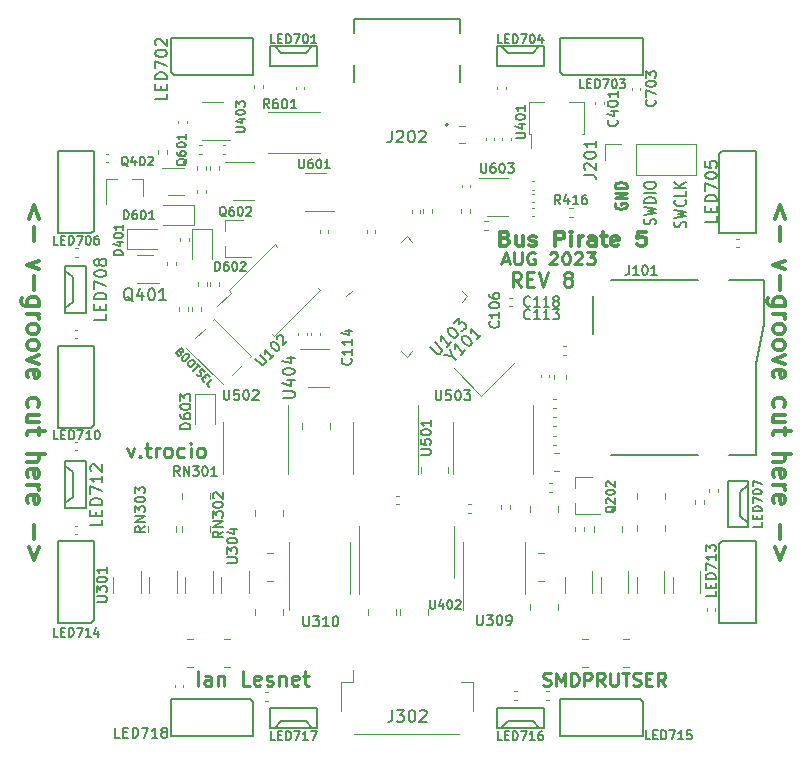
<source format=gto>
G04 #@! TF.GenerationSoftware,KiCad,Pcbnew,(5.1.10)-1*
G04 #@! TF.CreationDate,2023-09-12T17:10:12+08:00*
G04 #@! TF.ProjectId,BusPirate-5-rev8,42757350-6972-4617-9465-2d352d726576,rev?*
G04 #@! TF.SameCoordinates,Original*
G04 #@! TF.FileFunction,Legend,Top*
G04 #@! TF.FilePolarity,Positive*
%FSLAX46Y46*%
G04 Gerber Fmt 4.6, Leading zero omitted, Abs format (unit mm)*
G04 Created by KiCad (PCBNEW (5.1.10)-1) date 2023-09-12 17:10:12*
%MOMM*%
%LPD*%
G01*
G04 APERTURE LIST*
%ADD10C,0.250000*%
%ADD11C,0.162500*%
%ADD12C,0.350000*%
%ADD13C,0.300000*%
%ADD14C,0.187500*%
%ADD15C,0.212500*%
%ADD16C,0.200000*%
%ADD17C,0.127000*%
%ADD18C,0.120000*%
%ADD19C,0.152400*%
%ADD20C,0.150000*%
G04 APERTURE END LIST*
D10*
X139564285Y-81615476D02*
X139147619Y-81020238D01*
X138850000Y-81615476D02*
X138850000Y-80365476D01*
X139326190Y-80365476D01*
X139445238Y-80425000D01*
X139504761Y-80484523D01*
X139564285Y-80603571D01*
X139564285Y-80782142D01*
X139504761Y-80901190D01*
X139445238Y-80960714D01*
X139326190Y-81020238D01*
X138850000Y-81020238D01*
X140100000Y-80960714D02*
X140516666Y-80960714D01*
X140695238Y-81615476D02*
X140100000Y-81615476D01*
X140100000Y-80365476D01*
X140695238Y-80365476D01*
X141052380Y-80365476D02*
X141469047Y-81615476D01*
X141885714Y-80365476D01*
X143433333Y-80901190D02*
X143314285Y-80841666D01*
X143254761Y-80782142D01*
X143195238Y-80663095D01*
X143195238Y-80603571D01*
X143254761Y-80484523D01*
X143314285Y-80425000D01*
X143433333Y-80365476D01*
X143671428Y-80365476D01*
X143790476Y-80425000D01*
X143850000Y-80484523D01*
X143909523Y-80603571D01*
X143909523Y-80663095D01*
X143850000Y-80782142D01*
X143790476Y-80841666D01*
X143671428Y-80901190D01*
X143433333Y-80901190D01*
X143314285Y-80960714D01*
X143254761Y-81020238D01*
X143195238Y-81139285D01*
X143195238Y-81377380D01*
X143254761Y-81496428D01*
X143314285Y-81555952D01*
X143433333Y-81615476D01*
X143671428Y-81615476D01*
X143790476Y-81555952D01*
X143850000Y-81496428D01*
X143909523Y-81377380D01*
X143909523Y-81139285D01*
X143850000Y-81020238D01*
X143790476Y-80960714D01*
X143671428Y-80901190D01*
D11*
X110722311Y-87156652D02*
X110766085Y-87244198D01*
X110766085Y-87287971D01*
X110744198Y-87353631D01*
X110678538Y-87419291D01*
X110612878Y-87441178D01*
X110569105Y-87441178D01*
X110503445Y-87419291D01*
X110328352Y-87244198D01*
X110787971Y-86784579D01*
X110941178Y-86937785D01*
X110963065Y-87003445D01*
X110963065Y-87047218D01*
X110941178Y-87112878D01*
X110897405Y-87156652D01*
X110831745Y-87178538D01*
X110787971Y-87178538D01*
X110722311Y-87156652D01*
X110569105Y-87003445D01*
X111335137Y-87331745D02*
X111422684Y-87419291D01*
X111444571Y-87484951D01*
X111444571Y-87572498D01*
X111378911Y-87681931D01*
X111225704Y-87835137D01*
X111116271Y-87900797D01*
X111028724Y-87900797D01*
X110963065Y-87878911D01*
X110875518Y-87791364D01*
X110853631Y-87725704D01*
X110853631Y-87638158D01*
X110919291Y-87528724D01*
X111072498Y-87375518D01*
X111181931Y-87309858D01*
X111269477Y-87309858D01*
X111335137Y-87331745D01*
X111816643Y-87813251D02*
X111904190Y-87900797D01*
X111926077Y-87966457D01*
X111926077Y-88054004D01*
X111860417Y-88163437D01*
X111707210Y-88316643D01*
X111597777Y-88382303D01*
X111510230Y-88382303D01*
X111444571Y-88360417D01*
X111357024Y-88272870D01*
X111335137Y-88207210D01*
X111335137Y-88119664D01*
X111400797Y-88010230D01*
X111554004Y-87857024D01*
X111663437Y-87791364D01*
X111750984Y-87791364D01*
X111816643Y-87813251D01*
X112144943Y-88141550D02*
X112407583Y-88404190D01*
X111816643Y-88732490D02*
X112276263Y-88272870D01*
X112101170Y-88973243D02*
X112144943Y-89060789D01*
X112254376Y-89170222D01*
X112320036Y-89192109D01*
X112363809Y-89192109D01*
X112429469Y-89170222D01*
X112473243Y-89126449D01*
X112495129Y-89060789D01*
X112495129Y-89017016D01*
X112473243Y-88951356D01*
X112407583Y-88841923D01*
X112385696Y-88776263D01*
X112385696Y-88732490D01*
X112407583Y-88666830D01*
X112451356Y-88623056D01*
X112517016Y-88601170D01*
X112560789Y-88601170D01*
X112626449Y-88623056D01*
X112735882Y-88732490D01*
X112779656Y-88820036D01*
X112779656Y-89213996D02*
X112932862Y-89367202D01*
X112757769Y-89673615D02*
X112538902Y-89454749D01*
X112998522Y-88995129D01*
X113217388Y-89213996D01*
X113173615Y-90089461D02*
X112954749Y-89870595D01*
X113414368Y-89410975D01*
D12*
X98771428Y-75857142D02*
X98342857Y-74714285D01*
X97914285Y-75857142D01*
X98342857Y-76571428D02*
X98342857Y-77714285D01*
X98771428Y-79428571D02*
X97771428Y-79785714D01*
X98771428Y-80142857D01*
X98342857Y-80714285D02*
X98342857Y-81857142D01*
X98771428Y-83214285D02*
X97557142Y-83214285D01*
X97414285Y-83142857D01*
X97342857Y-83071428D01*
X97271428Y-82928571D01*
X97271428Y-82714285D01*
X97342857Y-82571428D01*
X97842857Y-83214285D02*
X97771428Y-83071428D01*
X97771428Y-82785714D01*
X97842857Y-82642857D01*
X97914285Y-82571428D01*
X98057142Y-82500000D01*
X98485714Y-82500000D01*
X98628571Y-82571428D01*
X98700000Y-82642857D01*
X98771428Y-82785714D01*
X98771428Y-83071428D01*
X98700000Y-83214285D01*
X97771428Y-83928571D02*
X98771428Y-83928571D01*
X98485714Y-83928571D02*
X98628571Y-84000000D01*
X98700000Y-84071428D01*
X98771428Y-84214285D01*
X98771428Y-84357142D01*
X97771428Y-85071428D02*
X97842857Y-84928571D01*
X97914285Y-84857142D01*
X98057142Y-84785714D01*
X98485714Y-84785714D01*
X98628571Y-84857142D01*
X98700000Y-84928571D01*
X98771428Y-85071428D01*
X98771428Y-85285714D01*
X98700000Y-85428571D01*
X98628571Y-85500000D01*
X98485714Y-85571428D01*
X98057142Y-85571428D01*
X97914285Y-85500000D01*
X97842857Y-85428571D01*
X97771428Y-85285714D01*
X97771428Y-85071428D01*
X97771428Y-86428571D02*
X97842857Y-86285714D01*
X97914285Y-86214285D01*
X98057142Y-86142857D01*
X98485714Y-86142857D01*
X98628571Y-86214285D01*
X98700000Y-86285714D01*
X98771428Y-86428571D01*
X98771428Y-86642857D01*
X98700000Y-86785714D01*
X98628571Y-86857142D01*
X98485714Y-86928571D01*
X98057142Y-86928571D01*
X97914285Y-86857142D01*
X97842857Y-86785714D01*
X97771428Y-86642857D01*
X97771428Y-86428571D01*
X98771428Y-87428571D02*
X97771428Y-87785714D01*
X98771428Y-88142857D01*
X97842857Y-89285714D02*
X97771428Y-89142857D01*
X97771428Y-88857142D01*
X97842857Y-88714285D01*
X97985714Y-88642857D01*
X98557142Y-88642857D01*
X98700000Y-88714285D01*
X98771428Y-88857142D01*
X98771428Y-89142857D01*
X98700000Y-89285714D01*
X98557142Y-89357142D01*
X98414285Y-89357142D01*
X98271428Y-88642857D01*
X97842857Y-91785714D02*
X97771428Y-91642857D01*
X97771428Y-91357142D01*
X97842857Y-91214285D01*
X97914285Y-91142857D01*
X98057142Y-91071428D01*
X98485714Y-91071428D01*
X98628571Y-91142857D01*
X98700000Y-91214285D01*
X98771428Y-91357142D01*
X98771428Y-91642857D01*
X98700000Y-91785714D01*
X98771428Y-93071428D02*
X97771428Y-93071428D01*
X98771428Y-92428571D02*
X97985714Y-92428571D01*
X97842857Y-92500000D01*
X97771428Y-92642857D01*
X97771428Y-92857142D01*
X97842857Y-93000000D01*
X97914285Y-93071428D01*
X98771428Y-93571428D02*
X98771428Y-94142857D01*
X99271428Y-93785714D02*
X97985714Y-93785714D01*
X97842857Y-93857142D01*
X97771428Y-94000000D01*
X97771428Y-94142857D01*
X97771428Y-95785714D02*
X99271428Y-95785714D01*
X97771428Y-96428571D02*
X98557142Y-96428571D01*
X98700000Y-96357142D01*
X98771428Y-96214285D01*
X98771428Y-96000000D01*
X98700000Y-95857142D01*
X98628571Y-95785714D01*
X97842857Y-97714285D02*
X97771428Y-97571428D01*
X97771428Y-97285714D01*
X97842857Y-97142857D01*
X97985714Y-97071428D01*
X98557142Y-97071428D01*
X98700000Y-97142857D01*
X98771428Y-97285714D01*
X98771428Y-97571428D01*
X98700000Y-97714285D01*
X98557142Y-97785714D01*
X98414285Y-97785714D01*
X98271428Y-97071428D01*
X97771428Y-98428571D02*
X98771428Y-98428571D01*
X98485714Y-98428571D02*
X98628571Y-98500000D01*
X98700000Y-98571428D01*
X98771428Y-98714285D01*
X98771428Y-98857142D01*
X97842857Y-99928571D02*
X97771428Y-99785714D01*
X97771428Y-99500000D01*
X97842857Y-99357142D01*
X97985714Y-99285714D01*
X98557142Y-99285714D01*
X98700000Y-99357142D01*
X98771428Y-99500000D01*
X98771428Y-99785714D01*
X98700000Y-99928571D01*
X98557142Y-100000000D01*
X98414285Y-100000000D01*
X98271428Y-99285714D01*
X98342857Y-101785714D02*
X98342857Y-102928571D01*
X98771428Y-103642857D02*
X98342857Y-104785714D01*
X97914285Y-103642857D01*
X161921428Y-75857142D02*
X161492857Y-74714285D01*
X161064285Y-75857142D01*
X161492857Y-76571428D02*
X161492857Y-77714285D01*
X161921428Y-79428571D02*
X160921428Y-79785714D01*
X161921428Y-80142857D01*
X161492857Y-80714285D02*
X161492857Y-81857142D01*
X161921428Y-83214285D02*
X160707142Y-83214285D01*
X160564285Y-83142857D01*
X160492857Y-83071428D01*
X160421428Y-82928571D01*
X160421428Y-82714285D01*
X160492857Y-82571428D01*
X160992857Y-83214285D02*
X160921428Y-83071428D01*
X160921428Y-82785714D01*
X160992857Y-82642857D01*
X161064285Y-82571428D01*
X161207142Y-82500000D01*
X161635714Y-82500000D01*
X161778571Y-82571428D01*
X161850000Y-82642857D01*
X161921428Y-82785714D01*
X161921428Y-83071428D01*
X161850000Y-83214285D01*
X160921428Y-83928571D02*
X161921428Y-83928571D01*
X161635714Y-83928571D02*
X161778571Y-84000000D01*
X161850000Y-84071428D01*
X161921428Y-84214285D01*
X161921428Y-84357142D01*
X160921428Y-85071428D02*
X160992857Y-84928571D01*
X161064285Y-84857142D01*
X161207142Y-84785714D01*
X161635714Y-84785714D01*
X161778571Y-84857142D01*
X161850000Y-84928571D01*
X161921428Y-85071428D01*
X161921428Y-85285714D01*
X161850000Y-85428571D01*
X161778571Y-85500000D01*
X161635714Y-85571428D01*
X161207142Y-85571428D01*
X161064285Y-85500000D01*
X160992857Y-85428571D01*
X160921428Y-85285714D01*
X160921428Y-85071428D01*
X160921428Y-86428571D02*
X160992857Y-86285714D01*
X161064285Y-86214285D01*
X161207142Y-86142857D01*
X161635714Y-86142857D01*
X161778571Y-86214285D01*
X161850000Y-86285714D01*
X161921428Y-86428571D01*
X161921428Y-86642857D01*
X161850000Y-86785714D01*
X161778571Y-86857142D01*
X161635714Y-86928571D01*
X161207142Y-86928571D01*
X161064285Y-86857142D01*
X160992857Y-86785714D01*
X160921428Y-86642857D01*
X160921428Y-86428571D01*
X161921428Y-87428571D02*
X160921428Y-87785714D01*
X161921428Y-88142857D01*
X160992857Y-89285714D02*
X160921428Y-89142857D01*
X160921428Y-88857142D01*
X160992857Y-88714285D01*
X161135714Y-88642857D01*
X161707142Y-88642857D01*
X161850000Y-88714285D01*
X161921428Y-88857142D01*
X161921428Y-89142857D01*
X161850000Y-89285714D01*
X161707142Y-89357142D01*
X161564285Y-89357142D01*
X161421428Y-88642857D01*
X160992857Y-91785714D02*
X160921428Y-91642857D01*
X160921428Y-91357142D01*
X160992857Y-91214285D01*
X161064285Y-91142857D01*
X161207142Y-91071428D01*
X161635714Y-91071428D01*
X161778571Y-91142857D01*
X161850000Y-91214285D01*
X161921428Y-91357142D01*
X161921428Y-91642857D01*
X161850000Y-91785714D01*
X161921428Y-93071428D02*
X160921428Y-93071428D01*
X161921428Y-92428571D02*
X161135714Y-92428571D01*
X160992857Y-92500000D01*
X160921428Y-92642857D01*
X160921428Y-92857142D01*
X160992857Y-93000000D01*
X161064285Y-93071428D01*
X161921428Y-93571428D02*
X161921428Y-94142857D01*
X162421428Y-93785714D02*
X161135714Y-93785714D01*
X160992857Y-93857142D01*
X160921428Y-94000000D01*
X160921428Y-94142857D01*
X160921428Y-95785714D02*
X162421428Y-95785714D01*
X160921428Y-96428571D02*
X161707142Y-96428571D01*
X161850000Y-96357142D01*
X161921428Y-96214285D01*
X161921428Y-96000000D01*
X161850000Y-95857142D01*
X161778571Y-95785714D01*
X160992857Y-97714285D02*
X160921428Y-97571428D01*
X160921428Y-97285714D01*
X160992857Y-97142857D01*
X161135714Y-97071428D01*
X161707142Y-97071428D01*
X161850000Y-97142857D01*
X161921428Y-97285714D01*
X161921428Y-97571428D01*
X161850000Y-97714285D01*
X161707142Y-97785714D01*
X161564285Y-97785714D01*
X161421428Y-97071428D01*
X160921428Y-98428571D02*
X161921428Y-98428571D01*
X161635714Y-98428571D02*
X161778571Y-98500000D01*
X161850000Y-98571428D01*
X161921428Y-98714285D01*
X161921428Y-98857142D01*
X160992857Y-99928571D02*
X160921428Y-99785714D01*
X160921428Y-99500000D01*
X160992857Y-99357142D01*
X161135714Y-99285714D01*
X161707142Y-99285714D01*
X161850000Y-99357142D01*
X161921428Y-99500000D01*
X161921428Y-99785714D01*
X161850000Y-99928571D01*
X161707142Y-100000000D01*
X161564285Y-100000000D01*
X161421428Y-99285714D01*
X161492857Y-101785714D02*
X161492857Y-102928571D01*
X161921428Y-103642857D02*
X161492857Y-104785714D01*
X161064285Y-103642857D01*
D10*
X106246428Y-95232142D02*
X106544047Y-96065476D01*
X106841666Y-95232142D01*
X107317857Y-95946428D02*
X107377380Y-96005952D01*
X107317857Y-96065476D01*
X107258333Y-96005952D01*
X107317857Y-95946428D01*
X107317857Y-96065476D01*
X107734523Y-95232142D02*
X108210714Y-95232142D01*
X107913095Y-94815476D02*
X107913095Y-95886904D01*
X107972619Y-96005952D01*
X108091666Y-96065476D01*
X108210714Y-96065476D01*
X108627380Y-96065476D02*
X108627380Y-95232142D01*
X108627380Y-95470238D02*
X108686904Y-95351190D01*
X108746428Y-95291666D01*
X108865476Y-95232142D01*
X108984523Y-95232142D01*
X109579761Y-96065476D02*
X109460714Y-96005952D01*
X109401190Y-95946428D01*
X109341666Y-95827380D01*
X109341666Y-95470238D01*
X109401190Y-95351190D01*
X109460714Y-95291666D01*
X109579761Y-95232142D01*
X109758333Y-95232142D01*
X109877380Y-95291666D01*
X109936904Y-95351190D01*
X109996428Y-95470238D01*
X109996428Y-95827380D01*
X109936904Y-95946428D01*
X109877380Y-96005952D01*
X109758333Y-96065476D01*
X109579761Y-96065476D01*
X111067857Y-96005952D02*
X110948809Y-96065476D01*
X110710714Y-96065476D01*
X110591666Y-96005952D01*
X110532142Y-95946428D01*
X110472619Y-95827380D01*
X110472619Y-95470238D01*
X110532142Y-95351190D01*
X110591666Y-95291666D01*
X110710714Y-95232142D01*
X110948809Y-95232142D01*
X111067857Y-95291666D01*
X111603571Y-96065476D02*
X111603571Y-95232142D01*
X111603571Y-94815476D02*
X111544047Y-94875000D01*
X111603571Y-94934523D01*
X111663095Y-94875000D01*
X111603571Y-94815476D01*
X111603571Y-94934523D01*
X112377380Y-96065476D02*
X112258333Y-96005952D01*
X112198809Y-95946428D01*
X112139285Y-95827380D01*
X112139285Y-95470238D01*
X112198809Y-95351190D01*
X112258333Y-95291666D01*
X112377380Y-95232142D01*
X112555952Y-95232142D01*
X112675000Y-95291666D01*
X112734523Y-95351190D01*
X112794047Y-95470238D01*
X112794047Y-95827380D01*
X112734523Y-95946428D01*
X112675000Y-96005952D01*
X112555952Y-96065476D01*
X112377380Y-96065476D01*
X141470476Y-115345238D02*
X141627619Y-115397619D01*
X141889523Y-115397619D01*
X141994285Y-115345238D01*
X142046666Y-115292857D01*
X142099047Y-115188095D01*
X142099047Y-115083333D01*
X142046666Y-114978571D01*
X141994285Y-114926190D01*
X141889523Y-114873809D01*
X141680000Y-114821428D01*
X141575238Y-114769047D01*
X141522857Y-114716666D01*
X141470476Y-114611904D01*
X141470476Y-114507142D01*
X141522857Y-114402380D01*
X141575238Y-114350000D01*
X141680000Y-114297619D01*
X141941904Y-114297619D01*
X142099047Y-114350000D01*
X142570476Y-115397619D02*
X142570476Y-114297619D01*
X142937142Y-115083333D01*
X143303809Y-114297619D01*
X143303809Y-115397619D01*
X143827619Y-115397619D02*
X143827619Y-114297619D01*
X144089523Y-114297619D01*
X144246666Y-114350000D01*
X144351428Y-114454761D01*
X144403809Y-114559523D01*
X144456190Y-114769047D01*
X144456190Y-114926190D01*
X144403809Y-115135714D01*
X144351428Y-115240476D01*
X144246666Y-115345238D01*
X144089523Y-115397619D01*
X143827619Y-115397619D01*
X144927619Y-115397619D02*
X144927619Y-114297619D01*
X145346666Y-114297619D01*
X145451428Y-114350000D01*
X145503809Y-114402380D01*
X145556190Y-114507142D01*
X145556190Y-114664285D01*
X145503809Y-114769047D01*
X145451428Y-114821428D01*
X145346666Y-114873809D01*
X144927619Y-114873809D01*
X146656190Y-115397619D02*
X146289523Y-114873809D01*
X146027619Y-115397619D02*
X146027619Y-114297619D01*
X146446666Y-114297619D01*
X146551428Y-114350000D01*
X146603809Y-114402380D01*
X146656190Y-114507142D01*
X146656190Y-114664285D01*
X146603809Y-114769047D01*
X146551428Y-114821428D01*
X146446666Y-114873809D01*
X146027619Y-114873809D01*
X147127619Y-114297619D02*
X147127619Y-115188095D01*
X147180000Y-115292857D01*
X147232380Y-115345238D01*
X147337142Y-115397619D01*
X147546666Y-115397619D01*
X147651428Y-115345238D01*
X147703809Y-115292857D01*
X147756190Y-115188095D01*
X147756190Y-114297619D01*
X148122857Y-114297619D02*
X148751428Y-114297619D01*
X148437142Y-115397619D02*
X148437142Y-114297619D01*
X149065714Y-115345238D02*
X149222857Y-115397619D01*
X149484761Y-115397619D01*
X149589523Y-115345238D01*
X149641904Y-115292857D01*
X149694285Y-115188095D01*
X149694285Y-115083333D01*
X149641904Y-114978571D01*
X149589523Y-114926190D01*
X149484761Y-114873809D01*
X149275238Y-114821428D01*
X149170476Y-114769047D01*
X149118095Y-114716666D01*
X149065714Y-114611904D01*
X149065714Y-114507142D01*
X149118095Y-114402380D01*
X149170476Y-114350000D01*
X149275238Y-114297619D01*
X149537142Y-114297619D01*
X149694285Y-114350000D01*
X150165714Y-114821428D02*
X150532380Y-114821428D01*
X150689523Y-115397619D02*
X150165714Y-115397619D01*
X150165714Y-114297619D01*
X150689523Y-114297619D01*
X151789523Y-115397619D02*
X151422857Y-114873809D01*
X151160952Y-115397619D02*
X151160952Y-114297619D01*
X151580000Y-114297619D01*
X151684761Y-114350000D01*
X151737142Y-114402380D01*
X151789523Y-114507142D01*
X151789523Y-114664285D01*
X151737142Y-114769047D01*
X151684761Y-114821428D01*
X151580000Y-114873809D01*
X151160952Y-114873809D01*
X112196904Y-115375476D02*
X112196904Y-114125476D01*
X113327857Y-115375476D02*
X113327857Y-114720714D01*
X113268333Y-114601666D01*
X113149285Y-114542142D01*
X112911190Y-114542142D01*
X112792142Y-114601666D01*
X113327857Y-115315952D02*
X113208809Y-115375476D01*
X112911190Y-115375476D01*
X112792142Y-115315952D01*
X112732619Y-115196904D01*
X112732619Y-115077857D01*
X112792142Y-114958809D01*
X112911190Y-114899285D01*
X113208809Y-114899285D01*
X113327857Y-114839761D01*
X113923095Y-114542142D02*
X113923095Y-115375476D01*
X113923095Y-114661190D02*
X113982619Y-114601666D01*
X114101666Y-114542142D01*
X114280238Y-114542142D01*
X114399285Y-114601666D01*
X114458809Y-114720714D01*
X114458809Y-115375476D01*
X116601666Y-115375476D02*
X116006428Y-115375476D01*
X116006428Y-114125476D01*
X117494523Y-115315952D02*
X117375476Y-115375476D01*
X117137380Y-115375476D01*
X117018333Y-115315952D01*
X116958809Y-115196904D01*
X116958809Y-114720714D01*
X117018333Y-114601666D01*
X117137380Y-114542142D01*
X117375476Y-114542142D01*
X117494523Y-114601666D01*
X117554047Y-114720714D01*
X117554047Y-114839761D01*
X116958809Y-114958809D01*
X118030238Y-115315952D02*
X118149285Y-115375476D01*
X118387380Y-115375476D01*
X118506428Y-115315952D01*
X118565952Y-115196904D01*
X118565952Y-115137380D01*
X118506428Y-115018333D01*
X118387380Y-114958809D01*
X118208809Y-114958809D01*
X118089761Y-114899285D01*
X118030238Y-114780238D01*
X118030238Y-114720714D01*
X118089761Y-114601666D01*
X118208809Y-114542142D01*
X118387380Y-114542142D01*
X118506428Y-114601666D01*
X119101666Y-114542142D02*
X119101666Y-115375476D01*
X119101666Y-114661190D02*
X119161190Y-114601666D01*
X119280238Y-114542142D01*
X119458809Y-114542142D01*
X119577857Y-114601666D01*
X119637380Y-114720714D01*
X119637380Y-115375476D01*
X120708809Y-115315952D02*
X120589761Y-115375476D01*
X120351666Y-115375476D01*
X120232619Y-115315952D01*
X120173095Y-115196904D01*
X120173095Y-114720714D01*
X120232619Y-114601666D01*
X120351666Y-114542142D01*
X120589761Y-114542142D01*
X120708809Y-114601666D01*
X120768333Y-114720714D01*
X120768333Y-114839761D01*
X120173095Y-114958809D01*
X121125476Y-114542142D02*
X121601666Y-114542142D01*
X121304047Y-114125476D02*
X121304047Y-115196904D01*
X121363571Y-115315952D01*
X121482619Y-115375476D01*
X121601666Y-115375476D01*
X137997619Y-79416666D02*
X138521428Y-79416666D01*
X137892857Y-79702380D02*
X138259523Y-78702380D01*
X138626190Y-79702380D01*
X138992857Y-78702380D02*
X138992857Y-79511904D01*
X139045238Y-79607142D01*
X139097619Y-79654761D01*
X139202380Y-79702380D01*
X139411904Y-79702380D01*
X139516666Y-79654761D01*
X139569047Y-79607142D01*
X139621428Y-79511904D01*
X139621428Y-78702380D01*
X140721428Y-78750000D02*
X140616666Y-78702380D01*
X140459523Y-78702380D01*
X140302380Y-78750000D01*
X140197619Y-78845238D01*
X140145238Y-78940476D01*
X140092857Y-79130952D01*
X140092857Y-79273809D01*
X140145238Y-79464285D01*
X140197619Y-79559523D01*
X140302380Y-79654761D01*
X140459523Y-79702380D01*
X140564285Y-79702380D01*
X140721428Y-79654761D01*
X140773809Y-79607142D01*
X140773809Y-79273809D01*
X140564285Y-79273809D01*
X142030952Y-78797619D02*
X142083333Y-78750000D01*
X142188095Y-78702380D01*
X142450000Y-78702380D01*
X142554761Y-78750000D01*
X142607142Y-78797619D01*
X142659523Y-78892857D01*
X142659523Y-78988095D01*
X142607142Y-79130952D01*
X141978571Y-79702380D01*
X142659523Y-79702380D01*
X143340476Y-78702380D02*
X143445238Y-78702380D01*
X143550000Y-78750000D01*
X143602380Y-78797619D01*
X143654761Y-78892857D01*
X143707142Y-79083333D01*
X143707142Y-79321428D01*
X143654761Y-79511904D01*
X143602380Y-79607142D01*
X143550000Y-79654761D01*
X143445238Y-79702380D01*
X143340476Y-79702380D01*
X143235714Y-79654761D01*
X143183333Y-79607142D01*
X143130952Y-79511904D01*
X143078571Y-79321428D01*
X143078571Y-79083333D01*
X143130952Y-78892857D01*
X143183333Y-78797619D01*
X143235714Y-78750000D01*
X143340476Y-78702380D01*
X144126190Y-78797619D02*
X144178571Y-78750000D01*
X144283333Y-78702380D01*
X144545238Y-78702380D01*
X144650000Y-78750000D01*
X144702380Y-78797619D01*
X144754761Y-78892857D01*
X144754761Y-78988095D01*
X144702380Y-79130952D01*
X144073809Y-79702380D01*
X144754761Y-79702380D01*
X145121428Y-78702380D02*
X145802380Y-78702380D01*
X145435714Y-79083333D01*
X145592857Y-79083333D01*
X145697619Y-79130952D01*
X145750000Y-79178571D01*
X145802380Y-79273809D01*
X145802380Y-79511904D01*
X145750000Y-79607142D01*
X145697619Y-79654761D01*
X145592857Y-79702380D01*
X145278571Y-79702380D01*
X145173809Y-79654761D01*
X145121428Y-79607142D01*
D13*
X138228571Y-77514285D02*
X138421428Y-77571428D01*
X138485714Y-77628571D01*
X138550000Y-77742857D01*
X138550000Y-77914285D01*
X138485714Y-78028571D01*
X138421428Y-78085714D01*
X138292857Y-78142857D01*
X137778571Y-78142857D01*
X137778571Y-76942857D01*
X138228571Y-76942857D01*
X138357142Y-77000000D01*
X138421428Y-77057142D01*
X138485714Y-77171428D01*
X138485714Y-77285714D01*
X138421428Y-77400000D01*
X138357142Y-77457142D01*
X138228571Y-77514285D01*
X137778571Y-77514285D01*
X139707142Y-77342857D02*
X139707142Y-78142857D01*
X139128571Y-77342857D02*
X139128571Y-77971428D01*
X139192857Y-78085714D01*
X139321428Y-78142857D01*
X139514285Y-78142857D01*
X139642857Y-78085714D01*
X139707142Y-78028571D01*
X140285714Y-78085714D02*
X140414285Y-78142857D01*
X140671428Y-78142857D01*
X140800000Y-78085714D01*
X140864285Y-77971428D01*
X140864285Y-77914285D01*
X140800000Y-77800000D01*
X140671428Y-77742857D01*
X140478571Y-77742857D01*
X140350000Y-77685714D01*
X140285714Y-77571428D01*
X140285714Y-77514285D01*
X140350000Y-77400000D01*
X140478571Y-77342857D01*
X140671428Y-77342857D01*
X140800000Y-77400000D01*
X142471428Y-78142857D02*
X142471428Y-76942857D01*
X142985714Y-76942857D01*
X143114285Y-77000000D01*
X143178571Y-77057142D01*
X143242857Y-77171428D01*
X143242857Y-77342857D01*
X143178571Y-77457142D01*
X143114285Y-77514285D01*
X142985714Y-77571428D01*
X142471428Y-77571428D01*
X143821428Y-78142857D02*
X143821428Y-77342857D01*
X143821428Y-76942857D02*
X143757142Y-77000000D01*
X143821428Y-77057142D01*
X143885714Y-77000000D01*
X143821428Y-76942857D01*
X143821428Y-77057142D01*
X144464285Y-78142857D02*
X144464285Y-77342857D01*
X144464285Y-77571428D02*
X144528571Y-77457142D01*
X144592857Y-77400000D01*
X144721428Y-77342857D01*
X144850000Y-77342857D01*
X145878571Y-78142857D02*
X145878571Y-77514285D01*
X145814285Y-77400000D01*
X145685714Y-77342857D01*
X145428571Y-77342857D01*
X145300000Y-77400000D01*
X145878571Y-78085714D02*
X145750000Y-78142857D01*
X145428571Y-78142857D01*
X145300000Y-78085714D01*
X145235714Y-77971428D01*
X145235714Y-77857142D01*
X145300000Y-77742857D01*
X145428571Y-77685714D01*
X145750000Y-77685714D01*
X145878571Y-77628571D01*
X146328571Y-77342857D02*
X146842857Y-77342857D01*
X146521428Y-76942857D02*
X146521428Y-77971428D01*
X146585714Y-78085714D01*
X146714285Y-78142857D01*
X146842857Y-78142857D01*
X147807142Y-78085714D02*
X147678571Y-78142857D01*
X147421428Y-78142857D01*
X147292857Y-78085714D01*
X147228571Y-77971428D01*
X147228571Y-77514285D01*
X147292857Y-77400000D01*
X147421428Y-77342857D01*
X147678571Y-77342857D01*
X147807142Y-77400000D01*
X147871428Y-77514285D01*
X147871428Y-77628571D01*
X147228571Y-77742857D01*
X150121428Y-76942857D02*
X149478571Y-76942857D01*
X149414285Y-77514285D01*
X149478571Y-77457142D01*
X149607142Y-77400000D01*
X149928571Y-77400000D01*
X150057142Y-77457142D01*
X150121428Y-77514285D01*
X150185714Y-77628571D01*
X150185714Y-77914285D01*
X150121428Y-78028571D01*
X150057142Y-78085714D01*
X149928571Y-78142857D01*
X149607142Y-78142857D01*
X149478571Y-78085714D01*
X149414285Y-78028571D01*
D14*
X153504761Y-76579017D02*
X153552380Y-76457589D01*
X153552380Y-76255208D01*
X153504761Y-76174255D01*
X153457142Y-76133779D01*
X153361904Y-76093303D01*
X153266666Y-76093303D01*
X153171428Y-76133779D01*
X153123809Y-76174255D01*
X153076190Y-76255208D01*
X153028571Y-76417113D01*
X152980952Y-76498065D01*
X152933333Y-76538541D01*
X152838095Y-76579017D01*
X152742857Y-76579017D01*
X152647619Y-76538541D01*
X152600000Y-76498065D01*
X152552380Y-76417113D01*
X152552380Y-76214732D01*
X152600000Y-76093303D01*
X152552380Y-75809970D02*
X153552380Y-75607589D01*
X152838095Y-75445684D01*
X153552380Y-75283779D01*
X152552380Y-75081398D01*
X153457142Y-74271875D02*
X153504761Y-74312351D01*
X153552380Y-74433779D01*
X153552380Y-74514732D01*
X153504761Y-74636160D01*
X153409523Y-74717113D01*
X153314285Y-74757589D01*
X153123809Y-74798065D01*
X152980952Y-74798065D01*
X152790476Y-74757589D01*
X152695238Y-74717113D01*
X152600000Y-74636160D01*
X152552380Y-74514732D01*
X152552380Y-74433779D01*
X152600000Y-74312351D01*
X152647619Y-74271875D01*
X153552380Y-73502827D02*
X153552380Y-73907589D01*
X152552380Y-73907589D01*
X153552380Y-73219494D02*
X152552380Y-73219494D01*
X153552380Y-72733779D02*
X152980952Y-73098065D01*
X152552380Y-72733779D02*
X153123809Y-73219494D01*
X150954761Y-76336160D02*
X151002380Y-76214732D01*
X151002380Y-76012351D01*
X150954761Y-75931398D01*
X150907142Y-75890922D01*
X150811904Y-75850446D01*
X150716666Y-75850446D01*
X150621428Y-75890922D01*
X150573809Y-75931398D01*
X150526190Y-76012351D01*
X150478571Y-76174255D01*
X150430952Y-76255208D01*
X150383333Y-76295684D01*
X150288095Y-76336160D01*
X150192857Y-76336160D01*
X150097619Y-76295684D01*
X150050000Y-76255208D01*
X150002380Y-76174255D01*
X150002380Y-75971875D01*
X150050000Y-75850446D01*
X150002380Y-75567113D02*
X151002380Y-75364732D01*
X150288095Y-75202827D01*
X151002380Y-75040922D01*
X150002380Y-74838541D01*
X151002380Y-74514732D02*
X150002380Y-74514732D01*
X150002380Y-74312351D01*
X150050000Y-74190922D01*
X150145238Y-74109970D01*
X150240476Y-74069494D01*
X150430952Y-74029017D01*
X150573809Y-74029017D01*
X150764285Y-74069494D01*
X150859523Y-74109970D01*
X150954761Y-74190922D01*
X151002380Y-74312351D01*
X151002380Y-74514732D01*
X151002380Y-73664732D02*
X150002380Y-73664732D01*
X150002380Y-73098065D02*
X150002380Y-72936160D01*
X150050000Y-72855208D01*
X150145238Y-72774255D01*
X150335714Y-72733779D01*
X150669047Y-72733779D01*
X150859523Y-72774255D01*
X150954761Y-72855208D01*
X151002380Y-72936160D01*
X151002380Y-73098065D01*
X150954761Y-73179017D01*
X150859523Y-73259970D01*
X150669047Y-73300446D01*
X150335714Y-73300446D01*
X150145238Y-73259970D01*
X150050000Y-73179017D01*
X150002380Y-73098065D01*
D15*
X147550000Y-74530982D02*
X147502380Y-74611934D01*
X147502380Y-74733363D01*
X147550000Y-74854791D01*
X147645238Y-74935744D01*
X147740476Y-74976220D01*
X147930952Y-75016696D01*
X148073809Y-75016696D01*
X148264285Y-74976220D01*
X148359523Y-74935744D01*
X148454761Y-74854791D01*
X148502380Y-74733363D01*
X148502380Y-74652410D01*
X148454761Y-74530982D01*
X148407142Y-74490505D01*
X148073809Y-74490505D01*
X148073809Y-74652410D01*
X148502380Y-74126220D02*
X147502380Y-74126220D01*
X148502380Y-73640505D01*
X147502380Y-73640505D01*
X148502380Y-73235744D02*
X147502380Y-73235744D01*
X147502380Y-73033363D01*
X147550000Y-72911934D01*
X147645238Y-72830982D01*
X147740476Y-72790505D01*
X147930952Y-72750029D01*
X148073809Y-72750029D01*
X148264285Y-72790505D01*
X148359523Y-72830982D01*
X148454761Y-72911934D01*
X148502380Y-73033363D01*
X148502380Y-73235744D01*
D16*
X133400000Y-67900000D02*
G75*
G03*
X133400000Y-67900000I-100000J0D01*
G01*
D17*
X134370000Y-58900000D02*
X134370000Y-60130000D01*
X125430000Y-58900000D02*
X134370000Y-58900000D01*
X125430000Y-60130000D02*
X125430000Y-58900000D01*
X125430000Y-64310000D02*
X125430000Y-62870000D01*
X134370000Y-64310000D02*
X134370000Y-62870000D01*
D18*
X121020000Y-93150000D02*
X121020000Y-93650000D01*
X123380000Y-93150000D02*
X123380000Y-93650000D01*
X129010000Y-109400000D02*
X129010000Y-108900000D01*
X126650000Y-109400000D02*
X126650000Y-108900000D01*
X131670000Y-109400000D02*
X131670000Y-108900000D01*
X129310000Y-109400000D02*
X129310000Y-108900000D01*
X140370000Y-108500000D02*
X140370000Y-109000000D01*
X142730000Y-108500000D02*
X142730000Y-109000000D01*
X117070000Y-108900000D02*
X117070000Y-109400000D01*
X119430000Y-108900000D02*
X119430000Y-109400000D01*
X111260000Y-67757836D02*
X111260000Y-67542164D01*
X110540000Y-67757836D02*
X110540000Y-67542164D01*
X143953641Y-74920000D02*
X143646359Y-74920000D01*
X143953641Y-75680000D02*
X143646359Y-75680000D01*
X136650000Y-75610000D02*
X138450000Y-75610000D01*
X138450000Y-72390000D02*
X136000000Y-72390000D01*
X136753641Y-76830000D02*
X136446359Y-76830000D01*
X136753641Y-76070000D02*
X136446359Y-76070000D01*
X135280000Y-75066359D02*
X135280000Y-75373641D01*
X134520000Y-75066359D02*
X134520000Y-75373641D01*
X140707836Y-75660000D02*
X140492164Y-75660000D01*
X140707836Y-74940000D02*
X140492164Y-74940000D01*
X135260000Y-72992164D02*
X135260000Y-73207836D01*
X134540000Y-72992164D02*
X134540000Y-73207836D01*
X140707836Y-74460000D02*
X140492164Y-74460000D01*
X140707836Y-73740000D02*
X140492164Y-73740000D01*
X140492164Y-72690000D02*
X140707836Y-72690000D01*
X140492164Y-73410000D02*
X140707836Y-73410000D01*
X113650000Y-90700000D02*
X113650000Y-93250000D01*
X111950000Y-90700000D02*
X111950000Y-93250000D01*
X113650000Y-90700000D02*
X111950000Y-90700000D01*
X113420000Y-76750000D02*
X113420000Y-79300000D01*
X111720000Y-76750000D02*
X111720000Y-79300000D01*
X113420000Y-76750000D02*
X111720000Y-76750000D01*
X114365000Y-95250000D02*
X114365000Y-97450000D01*
X114365000Y-95250000D02*
X114365000Y-93050000D01*
X119835000Y-95250000D02*
X119835000Y-97450000D01*
X119835000Y-95250000D02*
X119835000Y-91650000D01*
X146680000Y-70850000D02*
X146680000Y-69520000D01*
X146680000Y-69520000D02*
X148010000Y-69520000D01*
X149280000Y-69520000D02*
X154420000Y-69520000D01*
X154420000Y-72180000D02*
X154420000Y-69520000D01*
X149280000Y-72180000D02*
X154420000Y-72180000D01*
X149280000Y-72180000D02*
X149280000Y-69520000D01*
X122527064Y-66840000D02*
X118172936Y-66840000D01*
X122527064Y-70260000D02*
X118172936Y-70260000D01*
X118550000Y-104170000D02*
X118050000Y-104170000D01*
X118550000Y-106530000D02*
X118050000Y-106530000D01*
X141050000Y-106530000D02*
X141550000Y-106530000D01*
X141050000Y-104170000D02*
X141550000Y-104170000D01*
X131070000Y-96850000D02*
X131070000Y-97350000D01*
X133430000Y-96850000D02*
X133430000Y-97350000D01*
X138630000Y-100403641D02*
X138630000Y-100096359D01*
X137870000Y-100403641D02*
X137870000Y-100096359D01*
D19*
X137525000Y-62900000D02*
X137525000Y-61200000D01*
X138450000Y-61850000D02*
X137900000Y-61200000D01*
X140550000Y-61850000D02*
X141100000Y-61200000D01*
X141475000Y-61200000D02*
X137525000Y-61200000D01*
X141475000Y-62900000D02*
X137525000Y-62900000D01*
X141475000Y-62900000D02*
X141475000Y-61200000D01*
X140550000Y-61850000D02*
X138450000Y-61850000D01*
X118325000Y-62900000D02*
X118325000Y-61200000D01*
X119250000Y-61850000D02*
X118700000Y-61200000D01*
X121350000Y-61850000D02*
X121900000Y-61200000D01*
X122275000Y-61200000D02*
X118325000Y-61200000D01*
X122275000Y-62900000D02*
X118325000Y-62900000D01*
X122275000Y-62900000D02*
X122275000Y-61200000D01*
X121350000Y-61850000D02*
X119250000Y-61850000D01*
X102700000Y-83825000D02*
X101000000Y-83825000D01*
X101650000Y-82900000D02*
X101000000Y-83450000D01*
X101650000Y-80800000D02*
X101000000Y-80250000D01*
X101000000Y-79875000D02*
X101000000Y-83825000D01*
X102700000Y-79875000D02*
X102700000Y-83825000D01*
X102700000Y-79875000D02*
X101000000Y-79875000D01*
X101650000Y-80800000D02*
X101650000Y-82900000D01*
X102700000Y-100325000D02*
X101000000Y-100325000D01*
X101650000Y-99400000D02*
X101000000Y-99950000D01*
X101650000Y-97300000D02*
X101000000Y-96750000D01*
X101000000Y-96375000D02*
X101000000Y-100325000D01*
X102700000Y-96375000D02*
X102700000Y-100325000D01*
X102700000Y-96375000D02*
X101000000Y-96375000D01*
X101650000Y-97300000D02*
X101650000Y-99400000D01*
X122275000Y-117300000D02*
X122275000Y-119000000D01*
X121350000Y-118350000D02*
X121900000Y-119000000D01*
X119250000Y-118350000D02*
X118700000Y-119000000D01*
X118325000Y-119000000D02*
X122275000Y-119000000D01*
X118325000Y-117300000D02*
X122275000Y-117300000D01*
X118325000Y-117300000D02*
X118325000Y-119000000D01*
X119250000Y-118350000D02*
X121350000Y-118350000D01*
X141475000Y-117300000D02*
X141475000Y-119000000D01*
X140550000Y-118350000D02*
X141100000Y-119000000D01*
X138450000Y-118350000D02*
X137900000Y-119000000D01*
X137525000Y-119000000D02*
X141475000Y-119000000D01*
X137525000Y-117300000D02*
X141475000Y-117300000D01*
X137525000Y-117300000D02*
X137525000Y-119000000D01*
X138450000Y-118350000D02*
X140550000Y-118350000D01*
X157100000Y-98025000D02*
X158800000Y-98025000D01*
X158150000Y-98950000D02*
X158800000Y-98400000D01*
X158150000Y-101050000D02*
X158800000Y-101600000D01*
X158800000Y-101975000D02*
X158800000Y-98025000D01*
X157100000Y-101975000D02*
X157100000Y-98025000D01*
X157100000Y-101975000D02*
X158800000Y-101975000D01*
X158150000Y-101050000D02*
X158150000Y-98950000D01*
X103200000Y-110100000D02*
X103450000Y-109850000D01*
X103450000Y-103100000D02*
X103450000Y-109850000D01*
X103450000Y-103100000D02*
X100350000Y-103100000D01*
X103200000Y-110100000D02*
X100350000Y-110100000D01*
X100350000Y-103100000D02*
X100350000Y-110100000D01*
X103200000Y-93600000D02*
X103450000Y-93350000D01*
X103450000Y-86600000D02*
X103450000Y-93350000D01*
X103450000Y-86600000D02*
X100350000Y-86600000D01*
X103200000Y-93600000D02*
X100350000Y-93600000D01*
X100350000Y-86600000D02*
X100350000Y-93600000D01*
X103200000Y-77100000D02*
X103450000Y-76850000D01*
X103450000Y-70100000D02*
X103450000Y-76850000D01*
X103450000Y-70100000D02*
X100350000Y-70100000D01*
X103200000Y-77100000D02*
X100350000Y-77100000D01*
X100350000Y-70100000D02*
X100350000Y-77100000D01*
X109900000Y-63400000D02*
X110150000Y-63650000D01*
X116900000Y-63650000D02*
X110150000Y-63650000D01*
X116900000Y-63650000D02*
X116900000Y-60550000D01*
X109900000Y-63400000D02*
X109900000Y-60550000D01*
X116900000Y-60550000D02*
X109900000Y-60550000D01*
X142900000Y-63400000D02*
X143150000Y-63650000D01*
X149900000Y-63650000D02*
X143150000Y-63650000D01*
X149900000Y-63650000D02*
X149900000Y-60550000D01*
X142900000Y-63400000D02*
X142900000Y-60550000D01*
X149900000Y-60550000D02*
X142900000Y-60550000D01*
X156600000Y-70100000D02*
X156350000Y-70350000D01*
X156350000Y-77100000D02*
X156350000Y-70350000D01*
X156350000Y-77100000D02*
X159450000Y-77100000D01*
X156600000Y-70100000D02*
X159450000Y-70100000D01*
X159450000Y-77100000D02*
X159450000Y-70100000D01*
X156600000Y-103100000D02*
X156350000Y-103350000D01*
X156350000Y-110100000D02*
X156350000Y-103350000D01*
X156350000Y-110100000D02*
X159450000Y-110100000D01*
X156600000Y-103100000D02*
X159450000Y-103100000D01*
X159450000Y-110100000D02*
X159450000Y-103100000D01*
X149900000Y-116800000D02*
X149650000Y-116550000D01*
X142900000Y-116550000D02*
X149650000Y-116550000D01*
X142900000Y-116550000D02*
X142900000Y-119650000D01*
X149900000Y-116800000D02*
X149900000Y-119650000D01*
X142900000Y-119650000D02*
X149900000Y-119650000D01*
X116900000Y-116800000D02*
X116650000Y-116550000D01*
X109900000Y-116550000D02*
X116650000Y-116550000D01*
X109900000Y-116550000D02*
X109900000Y-119650000D01*
X116900000Y-116800000D02*
X116900000Y-119650000D01*
X109900000Y-119650000D02*
X116900000Y-119650000D01*
D18*
X142246359Y-94980000D02*
X142553641Y-94980000D01*
X142246359Y-94220000D02*
X142553641Y-94220000D01*
X151710000Y-107550000D02*
X151710000Y-105650000D01*
X149390000Y-106150000D02*
X149390000Y-107550000D01*
X117070000Y-100550000D02*
X117070000Y-101050000D01*
X119430000Y-100550000D02*
X119430000Y-101050000D01*
X140370000Y-100150000D02*
X140370000Y-100650000D01*
X142730000Y-100150000D02*
X142730000Y-100650000D01*
X152440000Y-106150000D02*
X152440000Y-107550000D01*
X154760000Y-107550000D02*
X154760000Y-105650000D01*
X145250000Y-113830000D02*
X144750000Y-113830000D01*
X145250000Y-111470000D02*
X144750000Y-111470000D01*
X149370000Y-101800000D02*
X149370000Y-102300000D01*
X151730000Y-101800000D02*
X151730000Y-102300000D01*
X125865000Y-104050000D02*
X125865000Y-107650000D01*
X125865000Y-104050000D02*
X125865000Y-101850000D01*
X133935000Y-104050000D02*
X133935000Y-106250000D01*
X133935000Y-104050000D02*
X133935000Y-101850000D01*
D19*
X159440000Y-88115000D02*
X160150000Y-84750000D01*
X157155000Y-81050000D02*
X160150000Y-81050000D01*
X160150000Y-84750000D02*
X160150000Y-81050000D01*
X159440000Y-95850000D02*
X159440000Y-88115000D01*
X157155000Y-95850000D02*
X159440000Y-95850000D01*
X147150000Y-81050000D02*
X154545000Y-81050000D01*
X147155000Y-95850000D02*
X154545000Y-95850000D01*
X145650000Y-85610000D02*
X145650000Y-82390000D01*
D18*
X154300000Y-99666359D02*
X154300000Y-99973641D01*
X155060000Y-99666359D02*
X155060000Y-99973641D01*
X106230000Y-76750000D02*
X108780000Y-76750000D01*
X106230000Y-78450000D02*
X108780000Y-78450000D01*
X106230000Y-76750000D02*
X106230000Y-78450000D01*
X107030000Y-81260000D02*
X108930000Y-81260000D01*
X108430000Y-78940000D02*
X107030000Y-78940000D01*
X111050000Y-71540000D02*
X109150000Y-71540000D01*
X109650000Y-73860000D02*
X111050000Y-73860000D01*
X110690000Y-77446359D02*
X110690000Y-77753641D01*
X111450000Y-77446359D02*
X111450000Y-77753641D01*
X112322164Y-70360000D02*
X112537836Y-70360000D01*
X112322164Y-69640000D02*
X112537836Y-69640000D01*
X109600000Y-70046359D02*
X109600000Y-70353641D01*
X108840000Y-70046359D02*
X108840000Y-70353641D01*
X114320000Y-65990000D02*
X112520000Y-65990000D01*
X112520000Y-69210000D02*
X114970000Y-69210000D01*
X107580000Y-72450000D02*
X106650000Y-72450000D01*
X104420000Y-72450000D02*
X105350000Y-72450000D01*
X104420000Y-72450000D02*
X104420000Y-74610000D01*
X107580000Y-72450000D02*
X107580000Y-73910000D01*
X112220000Y-81246359D02*
X112220000Y-81553641D01*
X112980000Y-81246359D02*
X112980000Y-81553641D01*
X114540000Y-75970000D02*
X116000000Y-75970000D01*
X114540000Y-79130000D02*
X116700000Y-79130000D01*
X114540000Y-79130000D02*
X114540000Y-78200000D01*
X114540000Y-75970000D02*
X114540000Y-76900000D01*
X113270000Y-81246359D02*
X113270000Y-81553641D01*
X114030000Y-81246359D02*
X114030000Y-81553641D01*
X112930000Y-73713641D02*
X112930000Y-73406359D01*
X112170000Y-73713641D02*
X112170000Y-73406359D01*
X115200000Y-74290000D02*
X117000000Y-74290000D01*
X117000000Y-71070000D02*
X114550000Y-71070000D01*
X155490000Y-98742164D02*
X155490000Y-98957836D01*
X156210000Y-98742164D02*
X156210000Y-98957836D01*
X143620000Y-65990000D02*
X144930000Y-65990000D01*
X144930000Y-65990000D02*
X144930000Y-68710000D01*
X140440000Y-69850000D02*
X140440000Y-68710000D01*
X140210000Y-65990000D02*
X141520000Y-65990000D01*
X140210000Y-68710000D02*
X140210000Y-65990000D01*
X140210000Y-68710000D02*
X140440000Y-68710000D01*
X144930000Y-68710000D02*
X144700000Y-68710000D01*
X144140000Y-97720000D02*
X145600000Y-97720000D01*
X144140000Y-100880000D02*
X146300000Y-100880000D01*
X144140000Y-100880000D02*
X144140000Y-99950000D01*
X144140000Y-97720000D02*
X144140000Y-98650000D01*
X129440381Y-77784308D02*
X129900000Y-77324689D01*
X129900000Y-77324689D02*
X130359619Y-77784308D01*
X130359619Y-87075692D02*
X129900000Y-87535311D01*
X129900000Y-87535311D02*
X129440381Y-87075692D01*
X134545692Y-82889619D02*
X135005311Y-82430000D01*
X135005311Y-82430000D02*
X134545692Y-81970381D01*
X125254308Y-81970381D02*
X124794689Y-82430000D01*
X141240000Y-89042164D02*
X141240000Y-89257836D01*
X141960000Y-89042164D02*
X141960000Y-89257836D01*
X143096359Y-87430000D02*
X143403641Y-87430000D01*
X143096359Y-86670000D02*
X143403641Y-86670000D01*
X142246359Y-93430000D02*
X142553641Y-93430000D01*
X142246359Y-92670000D02*
X142553641Y-92670000D01*
X142390000Y-89087221D02*
X142390000Y-89412779D01*
X143410000Y-89087221D02*
X143410000Y-89412779D01*
X130835000Y-95250000D02*
X130835000Y-91650000D01*
X130835000Y-95250000D02*
X130835000Y-97450000D01*
X125365000Y-95250000D02*
X125365000Y-93050000D01*
X125365000Y-95250000D02*
X125365000Y-97450000D01*
X145610000Y-107550000D02*
X145610000Y-105650000D01*
X143290000Y-106150000D02*
X143290000Y-107550000D01*
X108090000Y-106150000D02*
X108090000Y-107550000D01*
X110410000Y-107550000D02*
X110410000Y-105650000D01*
X148660000Y-107550000D02*
X148660000Y-105650000D01*
X146340000Y-106150000D02*
X146340000Y-107550000D01*
X119890000Y-105400000D02*
X119890000Y-109000000D01*
X119890000Y-105400000D02*
X119890000Y-103200000D01*
X125110000Y-105400000D02*
X125110000Y-107600000D01*
X125110000Y-105400000D02*
X125110000Y-103200000D01*
X120710000Y-85512164D02*
X120710000Y-85727836D01*
X121430000Y-85512164D02*
X121430000Y-85727836D01*
X121520000Y-90110000D02*
X123320000Y-90110000D01*
X123320000Y-86890000D02*
X120870000Y-86890000D01*
X121810000Y-85727836D02*
X121810000Y-85512164D01*
X122530000Y-85727836D02*
X122530000Y-85512164D01*
X136202513Y-90830940D02*
X139030940Y-88002513D01*
X133869060Y-88497487D02*
X136202513Y-90830940D01*
X140605000Y-95250000D02*
X140605000Y-91650000D01*
X140605000Y-95250000D02*
X140605000Y-97450000D01*
X133835000Y-95250000D02*
X133835000Y-93050000D01*
X133835000Y-95250000D02*
X133835000Y-97450000D01*
X142157836Y-98240000D02*
X141942164Y-98240000D01*
X142157836Y-98960000D02*
X141942164Y-98960000D01*
X124290000Y-117535000D02*
X124290000Y-115035000D01*
X124290000Y-115035000D02*
X125340000Y-115035000D01*
X125340000Y-115035000D02*
X125340000Y-114045000D01*
X135510000Y-117535000D02*
X135510000Y-115035000D01*
X135510000Y-115035000D02*
X134460000Y-115035000D01*
X125460000Y-119505000D02*
X134340000Y-119505000D01*
X109600000Y-79783641D02*
X109600000Y-79476359D01*
X110360000Y-79783641D02*
X110360000Y-79476359D01*
X113220000Y-71693641D02*
X113220000Y-71386359D01*
X113980000Y-71693641D02*
X113980000Y-71386359D01*
X112170000Y-71386359D02*
X112170000Y-71693641D01*
X112930000Y-71386359D02*
X112930000Y-71693641D01*
X144930000Y-102253641D02*
X144930000Y-101946359D01*
X144170000Y-102253641D02*
X144170000Y-101946359D01*
X110620000Y-83633641D02*
X110620000Y-83326359D01*
X111380000Y-83633641D02*
X111380000Y-83326359D01*
X116622864Y-87558406D02*
X116707716Y-87473553D01*
X115102584Y-89078686D02*
X115908686Y-88272584D01*
X114303553Y-89877716D02*
X114388406Y-89792864D01*
X111192284Y-86766447D02*
X114303553Y-89877716D01*
X111277136Y-86681594D02*
X111192284Y-86766447D01*
X112797416Y-85161314D02*
X111991314Y-85967416D01*
X113596447Y-84362284D02*
X113511594Y-84447136D01*
X116707716Y-87473553D02*
X113596447Y-84362284D01*
X112460000Y-83326359D02*
X112460000Y-83633641D01*
X111700000Y-83326359D02*
X111700000Y-83633641D01*
X110240000Y-115322164D02*
X110240000Y-115537836D01*
X110960000Y-115322164D02*
X110960000Y-115537836D01*
X117892164Y-116660000D02*
X118107836Y-116660000D01*
X117892164Y-115940000D02*
X118107836Y-115940000D01*
X139207836Y-115840000D02*
X138992164Y-115840000D01*
X139207836Y-116560000D02*
X138992164Y-116560000D01*
X141692164Y-116560000D02*
X141907836Y-116560000D01*
X141692164Y-115840000D02*
X141907836Y-115840000D01*
X102007836Y-101840000D02*
X101792164Y-101840000D01*
X102007836Y-102560000D02*
X101792164Y-102560000D01*
X156010000Y-109057836D02*
X156010000Y-108842164D01*
X155290000Y-109057836D02*
X155290000Y-108842164D01*
X102007836Y-94740000D02*
X101792164Y-94740000D01*
X102007836Y-95460000D02*
X101792164Y-95460000D01*
X102007836Y-85240000D02*
X101792164Y-85240000D01*
X102007836Y-85960000D02*
X101792164Y-85960000D01*
X102057836Y-78340000D02*
X101842164Y-78340000D01*
X102057836Y-79060000D02*
X101842164Y-79060000D01*
X104607836Y-70340000D02*
X104392164Y-70340000D01*
X104607836Y-71060000D02*
X104392164Y-71060000D01*
X157792164Y-78260000D02*
X158007836Y-78260000D01*
X157792164Y-77540000D02*
X158007836Y-77540000D01*
X117710000Y-64757836D02*
X117710000Y-64542164D01*
X116990000Y-64757836D02*
X116990000Y-64542164D01*
X121210000Y-64887836D02*
X121210000Y-64672164D01*
X120490000Y-64887836D02*
X120490000Y-64672164D01*
X138260000Y-64887836D02*
X138260000Y-64672164D01*
X137540000Y-64887836D02*
X137540000Y-64672164D01*
X149660000Y-64957836D02*
X149660000Y-64742164D01*
X148940000Y-64957836D02*
X148940000Y-64742164D01*
X148700000Y-113830000D02*
X148200000Y-113830000D01*
X148700000Y-111470000D02*
X148200000Y-111470000D01*
X134690000Y-105400000D02*
X134690000Y-109000000D01*
X134690000Y-105400000D02*
X134690000Y-103200000D01*
X139910000Y-105400000D02*
X139910000Y-107600000D01*
X139910000Y-105400000D02*
X139910000Y-103200000D01*
X111850000Y-76400000D02*
X111850000Y-74700000D01*
X111850000Y-74700000D02*
X109300000Y-74700000D01*
X111850000Y-76400000D02*
X109300000Y-76400000D01*
X142777064Y-97185000D02*
X142322936Y-97185000D01*
X142777064Y-95715000D02*
X142322936Y-95715000D01*
X135066359Y-100030000D02*
X135373641Y-100030000D01*
X135066359Y-100790000D02*
X135373641Y-100790000D01*
X148080000Y-101900000D02*
X148080000Y-102400000D01*
X145720000Y-101900000D02*
X145720000Y-102400000D01*
X151730000Y-99100000D02*
X151730000Y-99600000D01*
X149370000Y-99100000D02*
X149370000Y-99600000D01*
X114400000Y-111470000D02*
X114900000Y-111470000D01*
X114400000Y-113830000D02*
X114900000Y-113830000D01*
X111300000Y-111470000D02*
X111800000Y-111470000D01*
X111300000Y-113830000D02*
X111800000Y-113830000D01*
X110360000Y-101900000D02*
X110360000Y-102400000D01*
X108000000Y-101900000D02*
X108000000Y-102400000D01*
X113210000Y-101900000D02*
X113210000Y-102400000D01*
X110850000Y-101900000D02*
X110850000Y-102400000D01*
X113210000Y-99100000D02*
X113210000Y-99600000D01*
X110850000Y-99100000D02*
X110850000Y-99600000D01*
X114517836Y-69640000D02*
X114302164Y-69640000D01*
X114517836Y-70360000D02*
X114302164Y-70360000D01*
X136590000Y-68992164D02*
X136590000Y-69207836D01*
X137310000Y-68992164D02*
X137310000Y-69207836D01*
X137990000Y-68992164D02*
X137990000Y-69207836D01*
X138710000Y-68992164D02*
X138710000Y-69207836D01*
X126520000Y-77027836D02*
X126520000Y-76812164D01*
X127240000Y-77027836D02*
X127240000Y-76812164D01*
X132060000Y-75066359D02*
X132060000Y-75373641D01*
X131300000Y-75066359D02*
X131300000Y-75373641D01*
X122540000Y-77027836D02*
X122540000Y-76812164D01*
X123260000Y-77027836D02*
X123260000Y-76812164D01*
X142507836Y-91860000D02*
X142292164Y-91860000D01*
X142507836Y-91140000D02*
X142292164Y-91140000D01*
X134858578Y-68040000D02*
X134341422Y-68040000D01*
X134858578Y-69460000D02*
X134341422Y-69460000D01*
X107360000Y-107550000D02*
X107360000Y-105650000D01*
X105040000Y-106150000D02*
X105040000Y-107550000D01*
X111140000Y-106150000D02*
X111140000Y-107550000D01*
X113460000Y-107550000D02*
X113460000Y-105650000D01*
X116510000Y-107550000D02*
X116510000Y-105650000D01*
X114190000Y-106150000D02*
X114190000Y-107550000D01*
X123050000Y-71950000D02*
X121250000Y-71950000D01*
X121250000Y-75170000D02*
X123700000Y-75170000D01*
X145840000Y-65942164D02*
X145840000Y-66157836D01*
X146560000Y-65942164D02*
X146560000Y-66157836D01*
X115012438Y-82101525D02*
X113845712Y-83268252D01*
X114828590Y-81917678D02*
X115012438Y-82101525D01*
X116773134Y-79973134D02*
X114828590Y-81917678D01*
X118717678Y-78028590D02*
X118901525Y-78212438D01*
X116773134Y-79973134D02*
X118717678Y-78028590D01*
X118682322Y-85771410D02*
X118498475Y-85587562D01*
X120626866Y-83826866D02*
X118682322Y-85771410D01*
X122571410Y-81882322D02*
X122387562Y-81698475D01*
X120626866Y-83826866D02*
X122571410Y-81882322D01*
X129012164Y-100010000D02*
X129227836Y-100010000D01*
X129012164Y-99290000D02*
X129227836Y-99290000D01*
X130320000Y-75327836D02*
X130320000Y-75112164D01*
X131040000Y-75327836D02*
X131040000Y-75112164D01*
X138592164Y-82540000D02*
X138807836Y-82540000D01*
X138592164Y-83260000D02*
X138807836Y-83260000D01*
D20*
X128614285Y-68387380D02*
X128614285Y-69101666D01*
X128566666Y-69244523D01*
X128471428Y-69339761D01*
X128328571Y-69387380D01*
X128233333Y-69387380D01*
X129042857Y-68482619D02*
X129090476Y-68435000D01*
X129185714Y-68387380D01*
X129423809Y-68387380D01*
X129519047Y-68435000D01*
X129566666Y-68482619D01*
X129614285Y-68577857D01*
X129614285Y-68673095D01*
X129566666Y-68815952D01*
X128995238Y-69387380D01*
X129614285Y-69387380D01*
X130233333Y-68387380D02*
X130328571Y-68387380D01*
X130423809Y-68435000D01*
X130471428Y-68482619D01*
X130519047Y-68577857D01*
X130566666Y-68768333D01*
X130566666Y-69006428D01*
X130519047Y-69196904D01*
X130471428Y-69292142D01*
X130423809Y-69339761D01*
X130328571Y-69387380D01*
X130233333Y-69387380D01*
X130138095Y-69339761D01*
X130090476Y-69292142D01*
X130042857Y-69196904D01*
X129995238Y-69006428D01*
X129995238Y-68768333D01*
X130042857Y-68577857D01*
X130090476Y-68482619D01*
X130138095Y-68435000D01*
X130233333Y-68387380D01*
X130947619Y-68482619D02*
X130995238Y-68435000D01*
X131090476Y-68387380D01*
X131328571Y-68387380D01*
X131423809Y-68435000D01*
X131471428Y-68482619D01*
X131519047Y-68577857D01*
X131519047Y-68673095D01*
X131471428Y-68815952D01*
X130900000Y-69387380D01*
X131519047Y-69387380D01*
X142904761Y-74611904D02*
X142638095Y-74230952D01*
X142447619Y-74611904D02*
X142447619Y-73811904D01*
X142752380Y-73811904D01*
X142828571Y-73850000D01*
X142866666Y-73888095D01*
X142904761Y-73964285D01*
X142904761Y-74078571D01*
X142866666Y-74154761D01*
X142828571Y-74192857D01*
X142752380Y-74230952D01*
X142447619Y-74230952D01*
X143590476Y-74078571D02*
X143590476Y-74611904D01*
X143400000Y-73773809D02*
X143209523Y-74345238D01*
X143704761Y-74345238D01*
X144428571Y-74611904D02*
X143971428Y-74611904D01*
X144200000Y-74611904D02*
X144200000Y-73811904D01*
X144123809Y-73926190D01*
X144047619Y-74002380D01*
X143971428Y-74040476D01*
X145114285Y-73811904D02*
X144961904Y-73811904D01*
X144885714Y-73850000D01*
X144847619Y-73888095D01*
X144771428Y-74002380D01*
X144733333Y-74154761D01*
X144733333Y-74459523D01*
X144771428Y-74535714D01*
X144809523Y-74573809D01*
X144885714Y-74611904D01*
X145038095Y-74611904D01*
X145114285Y-74573809D01*
X145152380Y-74535714D01*
X145190476Y-74459523D01*
X145190476Y-74269047D01*
X145152380Y-74192857D01*
X145114285Y-74154761D01*
X145038095Y-74116666D01*
X144885714Y-74116666D01*
X144809523Y-74154761D01*
X144771428Y-74192857D01*
X144733333Y-74269047D01*
X136178571Y-71161904D02*
X136178571Y-71809523D01*
X136216666Y-71885714D01*
X136254761Y-71923809D01*
X136330952Y-71961904D01*
X136483333Y-71961904D01*
X136559523Y-71923809D01*
X136597619Y-71885714D01*
X136635714Y-71809523D01*
X136635714Y-71161904D01*
X137359523Y-71161904D02*
X137207142Y-71161904D01*
X137130952Y-71200000D01*
X137092857Y-71238095D01*
X137016666Y-71352380D01*
X136978571Y-71504761D01*
X136978571Y-71809523D01*
X137016666Y-71885714D01*
X137054761Y-71923809D01*
X137130952Y-71961904D01*
X137283333Y-71961904D01*
X137359523Y-71923809D01*
X137397619Y-71885714D01*
X137435714Y-71809523D01*
X137435714Y-71619047D01*
X137397619Y-71542857D01*
X137359523Y-71504761D01*
X137283333Y-71466666D01*
X137130952Y-71466666D01*
X137054761Y-71504761D01*
X137016666Y-71542857D01*
X136978571Y-71619047D01*
X137930952Y-71161904D02*
X138007142Y-71161904D01*
X138083333Y-71200000D01*
X138121428Y-71238095D01*
X138159523Y-71314285D01*
X138197619Y-71466666D01*
X138197619Y-71657142D01*
X138159523Y-71809523D01*
X138121428Y-71885714D01*
X138083333Y-71923809D01*
X138007142Y-71961904D01*
X137930952Y-71961904D01*
X137854761Y-71923809D01*
X137816666Y-71885714D01*
X137778571Y-71809523D01*
X137740476Y-71657142D01*
X137740476Y-71466666D01*
X137778571Y-71314285D01*
X137816666Y-71238095D01*
X137854761Y-71200000D01*
X137930952Y-71161904D01*
X138464285Y-71161904D02*
X138959523Y-71161904D01*
X138692857Y-71466666D01*
X138807142Y-71466666D01*
X138883333Y-71504761D01*
X138921428Y-71542857D01*
X138959523Y-71619047D01*
X138959523Y-71809523D01*
X138921428Y-71885714D01*
X138883333Y-71923809D01*
X138807142Y-71961904D01*
X138578571Y-71961904D01*
X138502380Y-71923809D01*
X138464285Y-71885714D01*
X111584523Y-93636904D02*
X110734523Y-93636904D01*
X110734523Y-93434523D01*
X110775000Y-93313095D01*
X110855952Y-93232142D01*
X110936904Y-93191666D01*
X111098809Y-93151190D01*
X111220238Y-93151190D01*
X111382142Y-93191666D01*
X111463095Y-93232142D01*
X111544047Y-93313095D01*
X111584523Y-93434523D01*
X111584523Y-93636904D01*
X110734523Y-92422619D02*
X110734523Y-92584523D01*
X110775000Y-92665476D01*
X110815476Y-92705952D01*
X110936904Y-92786904D01*
X111098809Y-92827380D01*
X111422619Y-92827380D01*
X111503571Y-92786904D01*
X111544047Y-92746428D01*
X111584523Y-92665476D01*
X111584523Y-92503571D01*
X111544047Y-92422619D01*
X111503571Y-92382142D01*
X111422619Y-92341666D01*
X111220238Y-92341666D01*
X111139285Y-92382142D01*
X111098809Y-92422619D01*
X111058333Y-92503571D01*
X111058333Y-92665476D01*
X111098809Y-92746428D01*
X111139285Y-92786904D01*
X111220238Y-92827380D01*
X110734523Y-91815476D02*
X110734523Y-91734523D01*
X110775000Y-91653571D01*
X110815476Y-91613095D01*
X110896428Y-91572619D01*
X111058333Y-91532142D01*
X111260714Y-91532142D01*
X111422619Y-91572619D01*
X111503571Y-91613095D01*
X111544047Y-91653571D01*
X111584523Y-91734523D01*
X111584523Y-91815476D01*
X111544047Y-91896428D01*
X111503571Y-91936904D01*
X111422619Y-91977380D01*
X111260714Y-92017857D01*
X111058333Y-92017857D01*
X110896428Y-91977380D01*
X110815476Y-91936904D01*
X110775000Y-91896428D01*
X110734523Y-91815476D01*
X110734523Y-91248809D02*
X110734523Y-90722619D01*
X111058333Y-91005952D01*
X111058333Y-90884523D01*
X111098809Y-90803571D01*
X111139285Y-90763095D01*
X111220238Y-90722619D01*
X111422619Y-90722619D01*
X111503571Y-90763095D01*
X111544047Y-90803571D01*
X111584523Y-90884523D01*
X111584523Y-91127380D01*
X111544047Y-91208333D01*
X111503571Y-91248809D01*
X113682142Y-80239285D02*
X113682142Y-79489285D01*
X113860714Y-79489285D01*
X113967857Y-79525000D01*
X114039285Y-79596428D01*
X114075000Y-79667857D01*
X114110714Y-79810714D01*
X114110714Y-79917857D01*
X114075000Y-80060714D01*
X114039285Y-80132142D01*
X113967857Y-80203571D01*
X113860714Y-80239285D01*
X113682142Y-80239285D01*
X114753571Y-79489285D02*
X114610714Y-79489285D01*
X114539285Y-79525000D01*
X114503571Y-79560714D01*
X114432142Y-79667857D01*
X114396428Y-79810714D01*
X114396428Y-80096428D01*
X114432142Y-80167857D01*
X114467857Y-80203571D01*
X114539285Y-80239285D01*
X114682142Y-80239285D01*
X114753571Y-80203571D01*
X114789285Y-80167857D01*
X114825000Y-80096428D01*
X114825000Y-79917857D01*
X114789285Y-79846428D01*
X114753571Y-79810714D01*
X114682142Y-79775000D01*
X114539285Y-79775000D01*
X114467857Y-79810714D01*
X114432142Y-79846428D01*
X114396428Y-79917857D01*
X115289285Y-79489285D02*
X115360714Y-79489285D01*
X115432142Y-79525000D01*
X115467857Y-79560714D01*
X115503571Y-79632142D01*
X115539285Y-79775000D01*
X115539285Y-79953571D01*
X115503571Y-80096428D01*
X115467857Y-80167857D01*
X115432142Y-80203571D01*
X115360714Y-80239285D01*
X115289285Y-80239285D01*
X115217857Y-80203571D01*
X115182142Y-80167857D01*
X115146428Y-80096428D01*
X115110714Y-79953571D01*
X115110714Y-79775000D01*
X115146428Y-79632142D01*
X115182142Y-79560714D01*
X115217857Y-79525000D01*
X115289285Y-79489285D01*
X115825000Y-79560714D02*
X115860714Y-79525000D01*
X115932142Y-79489285D01*
X116110714Y-79489285D01*
X116182142Y-79525000D01*
X116217857Y-79560714D01*
X116253571Y-79632142D01*
X116253571Y-79703571D01*
X116217857Y-79810714D01*
X115789285Y-80239285D01*
X116253571Y-80239285D01*
X114392857Y-90334523D02*
X114392857Y-91022619D01*
X114433333Y-91103571D01*
X114473809Y-91144047D01*
X114554761Y-91184523D01*
X114716666Y-91184523D01*
X114797619Y-91144047D01*
X114838095Y-91103571D01*
X114878571Y-91022619D01*
X114878571Y-90334523D01*
X115688095Y-90334523D02*
X115283333Y-90334523D01*
X115242857Y-90739285D01*
X115283333Y-90698809D01*
X115364285Y-90658333D01*
X115566666Y-90658333D01*
X115647619Y-90698809D01*
X115688095Y-90739285D01*
X115728571Y-90820238D01*
X115728571Y-91022619D01*
X115688095Y-91103571D01*
X115647619Y-91144047D01*
X115566666Y-91184523D01*
X115364285Y-91184523D01*
X115283333Y-91144047D01*
X115242857Y-91103571D01*
X116254761Y-90334523D02*
X116335714Y-90334523D01*
X116416666Y-90375000D01*
X116457142Y-90415476D01*
X116497619Y-90496428D01*
X116538095Y-90658333D01*
X116538095Y-90860714D01*
X116497619Y-91022619D01*
X116457142Y-91103571D01*
X116416666Y-91144047D01*
X116335714Y-91184523D01*
X116254761Y-91184523D01*
X116173809Y-91144047D01*
X116133333Y-91103571D01*
X116092857Y-91022619D01*
X116052380Y-90860714D01*
X116052380Y-90658333D01*
X116092857Y-90496428D01*
X116133333Y-90415476D01*
X116173809Y-90375000D01*
X116254761Y-90334523D01*
X116861904Y-90415476D02*
X116902380Y-90375000D01*
X116983333Y-90334523D01*
X117185714Y-90334523D01*
X117266666Y-90375000D01*
X117307142Y-90415476D01*
X117347619Y-90496428D01*
X117347619Y-90577380D01*
X117307142Y-90698809D01*
X116821428Y-91184523D01*
X117347619Y-91184523D01*
D16*
X144902380Y-72135714D02*
X145616666Y-72135714D01*
X145759523Y-72183333D01*
X145854761Y-72278571D01*
X145902380Y-72421428D01*
X145902380Y-72516666D01*
X144997619Y-71707142D02*
X144950000Y-71659523D01*
X144902380Y-71564285D01*
X144902380Y-71326190D01*
X144950000Y-71230952D01*
X144997619Y-71183333D01*
X145092857Y-71135714D01*
X145188095Y-71135714D01*
X145330952Y-71183333D01*
X145902380Y-71754761D01*
X145902380Y-71135714D01*
X144902380Y-70516666D02*
X144902380Y-70421428D01*
X144950000Y-70326190D01*
X144997619Y-70278571D01*
X145092857Y-70230952D01*
X145283333Y-70183333D01*
X145521428Y-70183333D01*
X145711904Y-70230952D01*
X145807142Y-70278571D01*
X145854761Y-70326190D01*
X145902380Y-70421428D01*
X145902380Y-70516666D01*
X145854761Y-70611904D01*
X145807142Y-70659523D01*
X145711904Y-70707142D01*
X145521428Y-70754761D01*
X145283333Y-70754761D01*
X145092857Y-70707142D01*
X144997619Y-70659523D01*
X144950000Y-70611904D01*
X144902380Y-70516666D01*
X145902380Y-69230952D02*
X145902380Y-69802380D01*
X145902380Y-69516666D02*
X144902380Y-69516666D01*
X145045238Y-69611904D01*
X145140476Y-69707142D01*
X145188095Y-69802380D01*
D20*
X118254761Y-66511904D02*
X117988095Y-66130952D01*
X117797619Y-66511904D02*
X117797619Y-65711904D01*
X118102380Y-65711904D01*
X118178571Y-65750000D01*
X118216666Y-65788095D01*
X118254761Y-65864285D01*
X118254761Y-65978571D01*
X118216666Y-66054761D01*
X118178571Y-66092857D01*
X118102380Y-66130952D01*
X117797619Y-66130952D01*
X118940476Y-65711904D02*
X118788095Y-65711904D01*
X118711904Y-65750000D01*
X118673809Y-65788095D01*
X118597619Y-65902380D01*
X118559523Y-66054761D01*
X118559523Y-66359523D01*
X118597619Y-66435714D01*
X118635714Y-66473809D01*
X118711904Y-66511904D01*
X118864285Y-66511904D01*
X118940476Y-66473809D01*
X118978571Y-66435714D01*
X119016666Y-66359523D01*
X119016666Y-66169047D01*
X118978571Y-66092857D01*
X118940476Y-66054761D01*
X118864285Y-66016666D01*
X118711904Y-66016666D01*
X118635714Y-66054761D01*
X118597619Y-66092857D01*
X118559523Y-66169047D01*
X119511904Y-65711904D02*
X119588095Y-65711904D01*
X119664285Y-65750000D01*
X119702380Y-65788095D01*
X119740476Y-65864285D01*
X119778571Y-66016666D01*
X119778571Y-66207142D01*
X119740476Y-66359523D01*
X119702380Y-66435714D01*
X119664285Y-66473809D01*
X119588095Y-66511904D01*
X119511904Y-66511904D01*
X119435714Y-66473809D01*
X119397619Y-66435714D01*
X119359523Y-66359523D01*
X119321428Y-66207142D01*
X119321428Y-66016666D01*
X119359523Y-65864285D01*
X119397619Y-65788095D01*
X119435714Y-65750000D01*
X119511904Y-65711904D01*
X120540476Y-66511904D02*
X120083333Y-66511904D01*
X120311904Y-66511904D02*
X120311904Y-65711904D01*
X120235714Y-65826190D01*
X120159523Y-65902380D01*
X120083333Y-65940476D01*
X137946428Y-60989285D02*
X137589285Y-60989285D01*
X137589285Y-60239285D01*
X138196428Y-60596428D02*
X138446428Y-60596428D01*
X138553571Y-60989285D02*
X138196428Y-60989285D01*
X138196428Y-60239285D01*
X138553571Y-60239285D01*
X138875000Y-60989285D02*
X138875000Y-60239285D01*
X139053571Y-60239285D01*
X139160714Y-60275000D01*
X139232142Y-60346428D01*
X139267857Y-60417857D01*
X139303571Y-60560714D01*
X139303571Y-60667857D01*
X139267857Y-60810714D01*
X139232142Y-60882142D01*
X139160714Y-60953571D01*
X139053571Y-60989285D01*
X138875000Y-60989285D01*
X139553571Y-60239285D02*
X140053571Y-60239285D01*
X139732142Y-60989285D01*
X140482142Y-60239285D02*
X140553571Y-60239285D01*
X140625000Y-60275000D01*
X140660714Y-60310714D01*
X140696428Y-60382142D01*
X140732142Y-60525000D01*
X140732142Y-60703571D01*
X140696428Y-60846428D01*
X140660714Y-60917857D01*
X140625000Y-60953571D01*
X140553571Y-60989285D01*
X140482142Y-60989285D01*
X140410714Y-60953571D01*
X140375000Y-60917857D01*
X140339285Y-60846428D01*
X140303571Y-60703571D01*
X140303571Y-60525000D01*
X140339285Y-60382142D01*
X140375000Y-60310714D01*
X140410714Y-60275000D01*
X140482142Y-60239285D01*
X141375000Y-60489285D02*
X141375000Y-60989285D01*
X141196428Y-60203571D02*
X141017857Y-60739285D01*
X141482142Y-60739285D01*
X118746428Y-60989285D02*
X118389285Y-60989285D01*
X118389285Y-60239285D01*
X118996428Y-60596428D02*
X119246428Y-60596428D01*
X119353571Y-60989285D02*
X118996428Y-60989285D01*
X118996428Y-60239285D01*
X119353571Y-60239285D01*
X119675000Y-60989285D02*
X119675000Y-60239285D01*
X119853571Y-60239285D01*
X119960714Y-60275000D01*
X120032142Y-60346428D01*
X120067857Y-60417857D01*
X120103571Y-60560714D01*
X120103571Y-60667857D01*
X120067857Y-60810714D01*
X120032142Y-60882142D01*
X119960714Y-60953571D01*
X119853571Y-60989285D01*
X119675000Y-60989285D01*
X120353571Y-60239285D02*
X120853571Y-60239285D01*
X120532142Y-60989285D01*
X121282142Y-60239285D02*
X121353571Y-60239285D01*
X121425000Y-60275000D01*
X121460714Y-60310714D01*
X121496428Y-60382142D01*
X121532142Y-60525000D01*
X121532142Y-60703571D01*
X121496428Y-60846428D01*
X121460714Y-60917857D01*
X121425000Y-60953571D01*
X121353571Y-60989285D01*
X121282142Y-60989285D01*
X121210714Y-60953571D01*
X121175000Y-60917857D01*
X121139285Y-60846428D01*
X121103571Y-60703571D01*
X121103571Y-60525000D01*
X121139285Y-60382142D01*
X121175000Y-60310714D01*
X121210714Y-60275000D01*
X121282142Y-60239285D01*
X122246428Y-60989285D02*
X121817857Y-60989285D01*
X122032142Y-60989285D02*
X122032142Y-60239285D01*
X121960714Y-60346428D01*
X121889285Y-60417857D01*
X121817857Y-60453571D01*
X104452380Y-83921428D02*
X104452380Y-84397619D01*
X103452380Y-84397619D01*
X103928571Y-83588095D02*
X103928571Y-83254761D01*
X104452380Y-83111904D02*
X104452380Y-83588095D01*
X103452380Y-83588095D01*
X103452380Y-83111904D01*
X104452380Y-82683333D02*
X103452380Y-82683333D01*
X103452380Y-82445238D01*
X103500000Y-82302380D01*
X103595238Y-82207142D01*
X103690476Y-82159523D01*
X103880952Y-82111904D01*
X104023809Y-82111904D01*
X104214285Y-82159523D01*
X104309523Y-82207142D01*
X104404761Y-82302380D01*
X104452380Y-82445238D01*
X104452380Y-82683333D01*
X103452380Y-81778571D02*
X103452380Y-81111904D01*
X104452380Y-81540476D01*
X103452380Y-80540476D02*
X103452380Y-80445238D01*
X103500000Y-80350000D01*
X103547619Y-80302380D01*
X103642857Y-80254761D01*
X103833333Y-80207142D01*
X104071428Y-80207142D01*
X104261904Y-80254761D01*
X104357142Y-80302380D01*
X104404761Y-80350000D01*
X104452380Y-80445238D01*
X104452380Y-80540476D01*
X104404761Y-80635714D01*
X104357142Y-80683333D01*
X104261904Y-80730952D01*
X104071428Y-80778571D01*
X103833333Y-80778571D01*
X103642857Y-80730952D01*
X103547619Y-80683333D01*
X103500000Y-80635714D01*
X103452380Y-80540476D01*
X103880952Y-79635714D02*
X103833333Y-79730952D01*
X103785714Y-79778571D01*
X103690476Y-79826190D01*
X103642857Y-79826190D01*
X103547619Y-79778571D01*
X103500000Y-79730952D01*
X103452380Y-79635714D01*
X103452380Y-79445238D01*
X103500000Y-79350000D01*
X103547619Y-79302380D01*
X103642857Y-79254761D01*
X103690476Y-79254761D01*
X103785714Y-79302380D01*
X103833333Y-79350000D01*
X103880952Y-79445238D01*
X103880952Y-79635714D01*
X103928571Y-79730952D01*
X103976190Y-79778571D01*
X104071428Y-79826190D01*
X104261904Y-79826190D01*
X104357142Y-79778571D01*
X104404761Y-79730952D01*
X104452380Y-79635714D01*
X104452380Y-79445238D01*
X104404761Y-79350000D01*
X104357142Y-79302380D01*
X104261904Y-79254761D01*
X104071428Y-79254761D01*
X103976190Y-79302380D01*
X103928571Y-79350000D01*
X103880952Y-79445238D01*
X104102380Y-101321428D02*
X104102380Y-101797619D01*
X103102380Y-101797619D01*
X103578571Y-100988095D02*
X103578571Y-100654761D01*
X104102380Y-100511904D02*
X104102380Y-100988095D01*
X103102380Y-100988095D01*
X103102380Y-100511904D01*
X104102380Y-100083333D02*
X103102380Y-100083333D01*
X103102380Y-99845238D01*
X103150000Y-99702380D01*
X103245238Y-99607142D01*
X103340476Y-99559523D01*
X103530952Y-99511904D01*
X103673809Y-99511904D01*
X103864285Y-99559523D01*
X103959523Y-99607142D01*
X104054761Y-99702380D01*
X104102380Y-99845238D01*
X104102380Y-100083333D01*
X103102380Y-99178571D02*
X103102380Y-98511904D01*
X104102380Y-98940476D01*
X104102380Y-97607142D02*
X104102380Y-98178571D01*
X104102380Y-97892857D02*
X103102380Y-97892857D01*
X103245238Y-97988095D01*
X103340476Y-98083333D01*
X103388095Y-98178571D01*
X103197619Y-97226190D02*
X103150000Y-97178571D01*
X103102380Y-97083333D01*
X103102380Y-96845238D01*
X103150000Y-96750000D01*
X103197619Y-96702380D01*
X103292857Y-96654761D01*
X103388095Y-96654761D01*
X103530952Y-96702380D01*
X104102380Y-97273809D01*
X104102380Y-96654761D01*
X118746428Y-119989285D02*
X118389285Y-119989285D01*
X118389285Y-119239285D01*
X118996428Y-119596428D02*
X119246428Y-119596428D01*
X119353571Y-119989285D02*
X118996428Y-119989285D01*
X118996428Y-119239285D01*
X119353571Y-119239285D01*
X119675000Y-119989285D02*
X119675000Y-119239285D01*
X119853571Y-119239285D01*
X119960714Y-119275000D01*
X120032142Y-119346428D01*
X120067857Y-119417857D01*
X120103571Y-119560714D01*
X120103571Y-119667857D01*
X120067857Y-119810714D01*
X120032142Y-119882142D01*
X119960714Y-119953571D01*
X119853571Y-119989285D01*
X119675000Y-119989285D01*
X120353571Y-119239285D02*
X120853571Y-119239285D01*
X120532142Y-119989285D01*
X121532142Y-119989285D02*
X121103571Y-119989285D01*
X121317857Y-119989285D02*
X121317857Y-119239285D01*
X121246428Y-119346428D01*
X121175000Y-119417857D01*
X121103571Y-119453571D01*
X121782142Y-119239285D02*
X122282142Y-119239285D01*
X121960714Y-119989285D01*
X137946428Y-119989285D02*
X137589285Y-119989285D01*
X137589285Y-119239285D01*
X138196428Y-119596428D02*
X138446428Y-119596428D01*
X138553571Y-119989285D02*
X138196428Y-119989285D01*
X138196428Y-119239285D01*
X138553571Y-119239285D01*
X138875000Y-119989285D02*
X138875000Y-119239285D01*
X139053571Y-119239285D01*
X139160714Y-119275000D01*
X139232142Y-119346428D01*
X139267857Y-119417857D01*
X139303571Y-119560714D01*
X139303571Y-119667857D01*
X139267857Y-119810714D01*
X139232142Y-119882142D01*
X139160714Y-119953571D01*
X139053571Y-119989285D01*
X138875000Y-119989285D01*
X139553571Y-119239285D02*
X140053571Y-119239285D01*
X139732142Y-119989285D01*
X140732142Y-119989285D02*
X140303571Y-119989285D01*
X140517857Y-119989285D02*
X140517857Y-119239285D01*
X140446428Y-119346428D01*
X140375000Y-119417857D01*
X140303571Y-119453571D01*
X141375000Y-119239285D02*
X141232142Y-119239285D01*
X141160714Y-119275000D01*
X141125000Y-119310714D01*
X141053571Y-119417857D01*
X141017857Y-119560714D01*
X141017857Y-119846428D01*
X141053571Y-119917857D01*
X141089285Y-119953571D01*
X141160714Y-119989285D01*
X141303571Y-119989285D01*
X141375000Y-119953571D01*
X141410714Y-119917857D01*
X141446428Y-119846428D01*
X141446428Y-119667857D01*
X141410714Y-119596428D01*
X141375000Y-119560714D01*
X141303571Y-119525000D01*
X141160714Y-119525000D01*
X141089285Y-119560714D01*
X141053571Y-119596428D01*
X141017857Y-119667857D01*
X159939285Y-101553571D02*
X159939285Y-101910714D01*
X159189285Y-101910714D01*
X159546428Y-101303571D02*
X159546428Y-101053571D01*
X159939285Y-100946428D02*
X159939285Y-101303571D01*
X159189285Y-101303571D01*
X159189285Y-100946428D01*
X159939285Y-100625000D02*
X159189285Y-100625000D01*
X159189285Y-100446428D01*
X159225000Y-100339285D01*
X159296428Y-100267857D01*
X159367857Y-100232142D01*
X159510714Y-100196428D01*
X159617857Y-100196428D01*
X159760714Y-100232142D01*
X159832142Y-100267857D01*
X159903571Y-100339285D01*
X159939285Y-100446428D01*
X159939285Y-100625000D01*
X159189285Y-99946428D02*
X159189285Y-99446428D01*
X159939285Y-99767857D01*
X159189285Y-99017857D02*
X159189285Y-98946428D01*
X159225000Y-98875000D01*
X159260714Y-98839285D01*
X159332142Y-98803571D01*
X159475000Y-98767857D01*
X159653571Y-98767857D01*
X159796428Y-98803571D01*
X159867857Y-98839285D01*
X159903571Y-98875000D01*
X159939285Y-98946428D01*
X159939285Y-99017857D01*
X159903571Y-99089285D01*
X159867857Y-99125000D01*
X159796428Y-99160714D01*
X159653571Y-99196428D01*
X159475000Y-99196428D01*
X159332142Y-99160714D01*
X159260714Y-99125000D01*
X159225000Y-99089285D01*
X159189285Y-99017857D01*
X159189285Y-98517857D02*
X159189285Y-98017857D01*
X159939285Y-98339285D01*
X100346428Y-111239285D02*
X99989285Y-111239285D01*
X99989285Y-110489285D01*
X100596428Y-110846428D02*
X100846428Y-110846428D01*
X100953571Y-111239285D02*
X100596428Y-111239285D01*
X100596428Y-110489285D01*
X100953571Y-110489285D01*
X101275000Y-111239285D02*
X101275000Y-110489285D01*
X101453571Y-110489285D01*
X101560714Y-110525000D01*
X101632142Y-110596428D01*
X101667857Y-110667857D01*
X101703571Y-110810714D01*
X101703571Y-110917857D01*
X101667857Y-111060714D01*
X101632142Y-111132142D01*
X101560714Y-111203571D01*
X101453571Y-111239285D01*
X101275000Y-111239285D01*
X101953571Y-110489285D02*
X102453571Y-110489285D01*
X102132142Y-111239285D01*
X103132142Y-111239285D02*
X102703571Y-111239285D01*
X102917857Y-111239285D02*
X102917857Y-110489285D01*
X102846428Y-110596428D01*
X102775000Y-110667857D01*
X102703571Y-110703571D01*
X103775000Y-110739285D02*
X103775000Y-111239285D01*
X103596428Y-110453571D02*
X103417857Y-110989285D01*
X103882142Y-110989285D01*
X100396428Y-94529285D02*
X100039285Y-94529285D01*
X100039285Y-93779285D01*
X100646428Y-94136428D02*
X100896428Y-94136428D01*
X101003571Y-94529285D02*
X100646428Y-94529285D01*
X100646428Y-93779285D01*
X101003571Y-93779285D01*
X101325000Y-94529285D02*
X101325000Y-93779285D01*
X101503571Y-93779285D01*
X101610714Y-93815000D01*
X101682142Y-93886428D01*
X101717857Y-93957857D01*
X101753571Y-94100714D01*
X101753571Y-94207857D01*
X101717857Y-94350714D01*
X101682142Y-94422142D01*
X101610714Y-94493571D01*
X101503571Y-94529285D01*
X101325000Y-94529285D01*
X102003571Y-93779285D02*
X102503571Y-93779285D01*
X102182142Y-94529285D01*
X103182142Y-94529285D02*
X102753571Y-94529285D01*
X102967857Y-94529285D02*
X102967857Y-93779285D01*
X102896428Y-93886428D01*
X102825000Y-93957857D01*
X102753571Y-93993571D01*
X103646428Y-93779285D02*
X103717857Y-93779285D01*
X103789285Y-93815000D01*
X103825000Y-93850714D01*
X103860714Y-93922142D01*
X103896428Y-94065000D01*
X103896428Y-94243571D01*
X103860714Y-94386428D01*
X103825000Y-94457857D01*
X103789285Y-94493571D01*
X103717857Y-94529285D01*
X103646428Y-94529285D01*
X103575000Y-94493571D01*
X103539285Y-94457857D01*
X103503571Y-94386428D01*
X103467857Y-94243571D01*
X103467857Y-94065000D01*
X103503571Y-93922142D01*
X103539285Y-93850714D01*
X103575000Y-93815000D01*
X103646428Y-93779285D01*
X100346428Y-78039285D02*
X99989285Y-78039285D01*
X99989285Y-77289285D01*
X100596428Y-77646428D02*
X100846428Y-77646428D01*
X100953571Y-78039285D02*
X100596428Y-78039285D01*
X100596428Y-77289285D01*
X100953571Y-77289285D01*
X101275000Y-78039285D02*
X101275000Y-77289285D01*
X101453571Y-77289285D01*
X101560714Y-77325000D01*
X101632142Y-77396428D01*
X101667857Y-77467857D01*
X101703571Y-77610714D01*
X101703571Y-77717857D01*
X101667857Y-77860714D01*
X101632142Y-77932142D01*
X101560714Y-78003571D01*
X101453571Y-78039285D01*
X101275000Y-78039285D01*
X101953571Y-77289285D02*
X102453571Y-77289285D01*
X102132142Y-78039285D01*
X102882142Y-77289285D02*
X102953571Y-77289285D01*
X103025000Y-77325000D01*
X103060714Y-77360714D01*
X103096428Y-77432142D01*
X103132142Y-77575000D01*
X103132142Y-77753571D01*
X103096428Y-77896428D01*
X103060714Y-77967857D01*
X103025000Y-78003571D01*
X102953571Y-78039285D01*
X102882142Y-78039285D01*
X102810714Y-78003571D01*
X102775000Y-77967857D01*
X102739285Y-77896428D01*
X102703571Y-77753571D01*
X102703571Y-77575000D01*
X102739285Y-77432142D01*
X102775000Y-77360714D01*
X102810714Y-77325000D01*
X102882142Y-77289285D01*
X103775000Y-77289285D02*
X103632142Y-77289285D01*
X103560714Y-77325000D01*
X103525000Y-77360714D01*
X103453571Y-77467857D01*
X103417857Y-77610714D01*
X103417857Y-77896428D01*
X103453571Y-77967857D01*
X103489285Y-78003571D01*
X103560714Y-78039285D01*
X103703571Y-78039285D01*
X103775000Y-78003571D01*
X103810714Y-77967857D01*
X103846428Y-77896428D01*
X103846428Y-77717857D01*
X103810714Y-77646428D01*
X103775000Y-77610714D01*
X103703571Y-77575000D01*
X103560714Y-77575000D01*
X103489285Y-77610714D01*
X103453571Y-77646428D01*
X103417857Y-77717857D01*
X109602380Y-65271428D02*
X109602380Y-65747619D01*
X108602380Y-65747619D01*
X109078571Y-64938095D02*
X109078571Y-64604761D01*
X109602380Y-64461904D02*
X109602380Y-64938095D01*
X108602380Y-64938095D01*
X108602380Y-64461904D01*
X109602380Y-64033333D02*
X108602380Y-64033333D01*
X108602380Y-63795238D01*
X108650000Y-63652380D01*
X108745238Y-63557142D01*
X108840476Y-63509523D01*
X109030952Y-63461904D01*
X109173809Y-63461904D01*
X109364285Y-63509523D01*
X109459523Y-63557142D01*
X109554761Y-63652380D01*
X109602380Y-63795238D01*
X109602380Y-64033333D01*
X108602380Y-63128571D02*
X108602380Y-62461904D01*
X109602380Y-62890476D01*
X108602380Y-61890476D02*
X108602380Y-61795238D01*
X108650000Y-61700000D01*
X108697619Y-61652380D01*
X108792857Y-61604761D01*
X108983333Y-61557142D01*
X109221428Y-61557142D01*
X109411904Y-61604761D01*
X109507142Y-61652380D01*
X109554761Y-61700000D01*
X109602380Y-61795238D01*
X109602380Y-61890476D01*
X109554761Y-61985714D01*
X109507142Y-62033333D01*
X109411904Y-62080952D01*
X109221428Y-62128571D01*
X108983333Y-62128571D01*
X108792857Y-62080952D01*
X108697619Y-62033333D01*
X108650000Y-61985714D01*
X108602380Y-61890476D01*
X108697619Y-61176190D02*
X108650000Y-61128571D01*
X108602380Y-61033333D01*
X108602380Y-60795238D01*
X108650000Y-60700000D01*
X108697619Y-60652380D01*
X108792857Y-60604761D01*
X108888095Y-60604761D01*
X109030952Y-60652380D01*
X109602380Y-61223809D01*
X109602380Y-60604761D01*
X144896428Y-64789285D02*
X144539285Y-64789285D01*
X144539285Y-64039285D01*
X145146428Y-64396428D02*
X145396428Y-64396428D01*
X145503571Y-64789285D02*
X145146428Y-64789285D01*
X145146428Y-64039285D01*
X145503571Y-64039285D01*
X145825000Y-64789285D02*
X145825000Y-64039285D01*
X146003571Y-64039285D01*
X146110714Y-64075000D01*
X146182142Y-64146428D01*
X146217857Y-64217857D01*
X146253571Y-64360714D01*
X146253571Y-64467857D01*
X146217857Y-64610714D01*
X146182142Y-64682142D01*
X146110714Y-64753571D01*
X146003571Y-64789285D01*
X145825000Y-64789285D01*
X146503571Y-64039285D02*
X147003571Y-64039285D01*
X146682142Y-64789285D01*
X147432142Y-64039285D02*
X147503571Y-64039285D01*
X147575000Y-64075000D01*
X147610714Y-64110714D01*
X147646428Y-64182142D01*
X147682142Y-64325000D01*
X147682142Y-64503571D01*
X147646428Y-64646428D01*
X147610714Y-64717857D01*
X147575000Y-64753571D01*
X147503571Y-64789285D01*
X147432142Y-64789285D01*
X147360714Y-64753571D01*
X147325000Y-64717857D01*
X147289285Y-64646428D01*
X147253571Y-64503571D01*
X147253571Y-64325000D01*
X147289285Y-64182142D01*
X147325000Y-64110714D01*
X147360714Y-64075000D01*
X147432142Y-64039285D01*
X147932142Y-64039285D02*
X148396428Y-64039285D01*
X148146428Y-64325000D01*
X148253571Y-64325000D01*
X148325000Y-64360714D01*
X148360714Y-64396428D01*
X148396428Y-64467857D01*
X148396428Y-64646428D01*
X148360714Y-64717857D01*
X148325000Y-64753571D01*
X148253571Y-64789285D01*
X148039285Y-64789285D01*
X147967857Y-64753571D01*
X147932142Y-64717857D01*
X156152380Y-75621428D02*
X156152380Y-76097619D01*
X155152380Y-76097619D01*
X155628571Y-75288095D02*
X155628571Y-74954761D01*
X156152380Y-74811904D02*
X156152380Y-75288095D01*
X155152380Y-75288095D01*
X155152380Y-74811904D01*
X156152380Y-74383333D02*
X155152380Y-74383333D01*
X155152380Y-74145238D01*
X155200000Y-74002380D01*
X155295238Y-73907142D01*
X155390476Y-73859523D01*
X155580952Y-73811904D01*
X155723809Y-73811904D01*
X155914285Y-73859523D01*
X156009523Y-73907142D01*
X156104761Y-74002380D01*
X156152380Y-74145238D01*
X156152380Y-74383333D01*
X155152380Y-73478571D02*
X155152380Y-72811904D01*
X156152380Y-73240476D01*
X155152380Y-72240476D02*
X155152380Y-72145238D01*
X155200000Y-72050000D01*
X155247619Y-72002380D01*
X155342857Y-71954761D01*
X155533333Y-71907142D01*
X155771428Y-71907142D01*
X155961904Y-71954761D01*
X156057142Y-72002380D01*
X156104761Y-72050000D01*
X156152380Y-72145238D01*
X156152380Y-72240476D01*
X156104761Y-72335714D01*
X156057142Y-72383333D01*
X155961904Y-72430952D01*
X155771428Y-72478571D01*
X155533333Y-72478571D01*
X155342857Y-72430952D01*
X155247619Y-72383333D01*
X155200000Y-72335714D01*
X155152380Y-72240476D01*
X155152380Y-71002380D02*
X155152380Y-71478571D01*
X155628571Y-71526190D01*
X155580952Y-71478571D01*
X155533333Y-71383333D01*
X155533333Y-71145238D01*
X155580952Y-71050000D01*
X155628571Y-71002380D01*
X155723809Y-70954761D01*
X155961904Y-70954761D01*
X156057142Y-71002380D01*
X156104761Y-71050000D01*
X156152380Y-71145238D01*
X156152380Y-71383333D01*
X156104761Y-71478571D01*
X156057142Y-71526190D01*
X156074523Y-107410714D02*
X156074523Y-107815476D01*
X155224523Y-107815476D01*
X155629285Y-107127380D02*
X155629285Y-106844047D01*
X156074523Y-106722619D02*
X156074523Y-107127380D01*
X155224523Y-107127380D01*
X155224523Y-106722619D01*
X156074523Y-106358333D02*
X155224523Y-106358333D01*
X155224523Y-106155952D01*
X155265000Y-106034523D01*
X155345952Y-105953571D01*
X155426904Y-105913095D01*
X155588809Y-105872619D01*
X155710238Y-105872619D01*
X155872142Y-105913095D01*
X155953095Y-105953571D01*
X156034047Y-106034523D01*
X156074523Y-106155952D01*
X156074523Y-106358333D01*
X155224523Y-105589285D02*
X155224523Y-105022619D01*
X156074523Y-105386904D01*
X156074523Y-104253571D02*
X156074523Y-104739285D01*
X156074523Y-104496428D02*
X155224523Y-104496428D01*
X155345952Y-104577380D01*
X155426904Y-104658333D01*
X155467380Y-104739285D01*
X155224523Y-103970238D02*
X155224523Y-103444047D01*
X155548333Y-103727380D01*
X155548333Y-103605952D01*
X155588809Y-103525000D01*
X155629285Y-103484523D01*
X155710238Y-103444047D01*
X155912619Y-103444047D01*
X155993571Y-103484523D01*
X156034047Y-103525000D01*
X156074523Y-103605952D01*
X156074523Y-103848809D01*
X156034047Y-103929761D01*
X155993571Y-103970238D01*
X150526428Y-119929285D02*
X150169285Y-119929285D01*
X150169285Y-119179285D01*
X150776428Y-119536428D02*
X151026428Y-119536428D01*
X151133571Y-119929285D02*
X150776428Y-119929285D01*
X150776428Y-119179285D01*
X151133571Y-119179285D01*
X151455000Y-119929285D02*
X151455000Y-119179285D01*
X151633571Y-119179285D01*
X151740714Y-119215000D01*
X151812142Y-119286428D01*
X151847857Y-119357857D01*
X151883571Y-119500714D01*
X151883571Y-119607857D01*
X151847857Y-119750714D01*
X151812142Y-119822142D01*
X151740714Y-119893571D01*
X151633571Y-119929285D01*
X151455000Y-119929285D01*
X152133571Y-119179285D02*
X152633571Y-119179285D01*
X152312142Y-119929285D01*
X153312142Y-119929285D02*
X152883571Y-119929285D01*
X153097857Y-119929285D02*
X153097857Y-119179285D01*
X153026428Y-119286428D01*
X152955000Y-119357857D01*
X152883571Y-119393571D01*
X153990714Y-119179285D02*
X153633571Y-119179285D01*
X153597857Y-119536428D01*
X153633571Y-119500714D01*
X153705000Y-119465000D01*
X153883571Y-119465000D01*
X153955000Y-119500714D01*
X153990714Y-119536428D01*
X154026428Y-119607857D01*
X154026428Y-119786428D01*
X153990714Y-119857857D01*
X153955000Y-119893571D01*
X153883571Y-119929285D01*
X153705000Y-119929285D01*
X153633571Y-119893571D01*
X153597857Y-119857857D01*
X105629285Y-119794523D02*
X105224523Y-119794523D01*
X105224523Y-118944523D01*
X105912619Y-119349285D02*
X106195952Y-119349285D01*
X106317380Y-119794523D02*
X105912619Y-119794523D01*
X105912619Y-118944523D01*
X106317380Y-118944523D01*
X106681666Y-119794523D02*
X106681666Y-118944523D01*
X106884047Y-118944523D01*
X107005476Y-118985000D01*
X107086428Y-119065952D01*
X107126904Y-119146904D01*
X107167380Y-119308809D01*
X107167380Y-119430238D01*
X107126904Y-119592142D01*
X107086428Y-119673095D01*
X107005476Y-119754047D01*
X106884047Y-119794523D01*
X106681666Y-119794523D01*
X107450714Y-118944523D02*
X108017380Y-118944523D01*
X107653095Y-119794523D01*
X108786428Y-119794523D02*
X108300714Y-119794523D01*
X108543571Y-119794523D02*
X108543571Y-118944523D01*
X108462619Y-119065952D01*
X108381666Y-119146904D01*
X108300714Y-119187380D01*
X109272142Y-119308809D02*
X109191190Y-119268333D01*
X109150714Y-119227857D01*
X109110238Y-119146904D01*
X109110238Y-119106428D01*
X109150714Y-119025476D01*
X109191190Y-118985000D01*
X109272142Y-118944523D01*
X109434047Y-118944523D01*
X109515000Y-118985000D01*
X109555476Y-119025476D01*
X109595952Y-119106428D01*
X109595952Y-119146904D01*
X109555476Y-119227857D01*
X109515000Y-119268333D01*
X109434047Y-119308809D01*
X109272142Y-119308809D01*
X109191190Y-119349285D01*
X109150714Y-119389761D01*
X109110238Y-119470714D01*
X109110238Y-119632619D01*
X109150714Y-119713571D01*
X109191190Y-119754047D01*
X109272142Y-119794523D01*
X109434047Y-119794523D01*
X109515000Y-119754047D01*
X109555476Y-119713571D01*
X109595952Y-119632619D01*
X109595952Y-119470714D01*
X109555476Y-119389761D01*
X109515000Y-119349285D01*
X109434047Y-119308809D01*
X131854285Y-108119285D02*
X131854285Y-108726428D01*
X131890000Y-108797857D01*
X131925714Y-108833571D01*
X131997142Y-108869285D01*
X132140000Y-108869285D01*
X132211428Y-108833571D01*
X132247142Y-108797857D01*
X132282857Y-108726428D01*
X132282857Y-108119285D01*
X132961428Y-108369285D02*
X132961428Y-108869285D01*
X132782857Y-108083571D02*
X132604285Y-108619285D01*
X133068571Y-108619285D01*
X133497142Y-108119285D02*
X133568571Y-108119285D01*
X133640000Y-108155000D01*
X133675714Y-108190714D01*
X133711428Y-108262142D01*
X133747142Y-108405000D01*
X133747142Y-108583571D01*
X133711428Y-108726428D01*
X133675714Y-108797857D01*
X133640000Y-108833571D01*
X133568571Y-108869285D01*
X133497142Y-108869285D01*
X133425714Y-108833571D01*
X133390000Y-108797857D01*
X133354285Y-108726428D01*
X133318571Y-108583571D01*
X133318571Y-108405000D01*
X133354285Y-108262142D01*
X133390000Y-108190714D01*
X133425714Y-108155000D01*
X133497142Y-108119285D01*
X134032857Y-108190714D02*
X134068571Y-108155000D01*
X134140000Y-108119285D01*
X134318571Y-108119285D01*
X134390000Y-108155000D01*
X134425714Y-108190714D01*
X134461428Y-108262142D01*
X134461428Y-108333571D01*
X134425714Y-108440714D01*
X133997142Y-108869285D01*
X134461428Y-108869285D01*
X148721428Y-79811904D02*
X148721428Y-80383333D01*
X148683333Y-80497619D01*
X148607142Y-80573809D01*
X148492857Y-80611904D01*
X148416666Y-80611904D01*
X149521428Y-80611904D02*
X149064285Y-80611904D01*
X149292857Y-80611904D02*
X149292857Y-79811904D01*
X149216666Y-79926190D01*
X149140476Y-80002380D01*
X149064285Y-80040476D01*
X150016666Y-79811904D02*
X150092857Y-79811904D01*
X150169047Y-79850000D01*
X150207142Y-79888095D01*
X150245238Y-79964285D01*
X150283333Y-80116666D01*
X150283333Y-80307142D01*
X150245238Y-80459523D01*
X150207142Y-80535714D01*
X150169047Y-80573809D01*
X150092857Y-80611904D01*
X150016666Y-80611904D01*
X149940476Y-80573809D01*
X149902380Y-80535714D01*
X149864285Y-80459523D01*
X149826190Y-80307142D01*
X149826190Y-80116666D01*
X149864285Y-79964285D01*
X149902380Y-79888095D01*
X149940476Y-79850000D01*
X150016666Y-79811904D01*
X151045238Y-80611904D02*
X150588095Y-80611904D01*
X150816666Y-80611904D02*
X150816666Y-79811904D01*
X150740476Y-79926190D01*
X150664285Y-80002380D01*
X150588095Y-80040476D01*
X105839285Y-78917857D02*
X105089285Y-78917857D01*
X105089285Y-78739285D01*
X105125000Y-78632142D01*
X105196428Y-78560714D01*
X105267857Y-78525000D01*
X105410714Y-78489285D01*
X105517857Y-78489285D01*
X105660714Y-78525000D01*
X105732142Y-78560714D01*
X105803571Y-78632142D01*
X105839285Y-78739285D01*
X105839285Y-78917857D01*
X105339285Y-77846428D02*
X105839285Y-77846428D01*
X105053571Y-78025000D02*
X105589285Y-78203571D01*
X105589285Y-77739285D01*
X105089285Y-77310714D02*
X105089285Y-77239285D01*
X105125000Y-77167857D01*
X105160714Y-77132142D01*
X105232142Y-77096428D01*
X105375000Y-77060714D01*
X105553571Y-77060714D01*
X105696428Y-77096428D01*
X105767857Y-77132142D01*
X105803571Y-77167857D01*
X105839285Y-77239285D01*
X105839285Y-77310714D01*
X105803571Y-77382142D01*
X105767857Y-77417857D01*
X105696428Y-77453571D01*
X105553571Y-77489285D01*
X105375000Y-77489285D01*
X105232142Y-77453571D01*
X105160714Y-77417857D01*
X105125000Y-77382142D01*
X105089285Y-77310714D01*
X105839285Y-76346428D02*
X105839285Y-76775000D01*
X105839285Y-76560714D02*
X105089285Y-76560714D01*
X105196428Y-76632142D01*
X105267857Y-76703571D01*
X105303571Y-76775000D01*
X106702380Y-82847619D02*
X106607142Y-82800000D01*
X106511904Y-82704761D01*
X106369047Y-82561904D01*
X106273809Y-82514285D01*
X106178571Y-82514285D01*
X106226190Y-82752380D02*
X106130952Y-82704761D01*
X106035714Y-82609523D01*
X105988095Y-82419047D01*
X105988095Y-82085714D01*
X106035714Y-81895238D01*
X106130952Y-81800000D01*
X106226190Y-81752380D01*
X106416666Y-81752380D01*
X106511904Y-81800000D01*
X106607142Y-81895238D01*
X106654761Y-82085714D01*
X106654761Y-82419047D01*
X106607142Y-82609523D01*
X106511904Y-82704761D01*
X106416666Y-82752380D01*
X106226190Y-82752380D01*
X107511904Y-82085714D02*
X107511904Y-82752380D01*
X107273809Y-81704761D02*
X107035714Y-82419047D01*
X107654761Y-82419047D01*
X108226190Y-81752380D02*
X108321428Y-81752380D01*
X108416666Y-81800000D01*
X108464285Y-81847619D01*
X108511904Y-81942857D01*
X108559523Y-82133333D01*
X108559523Y-82371428D01*
X108511904Y-82561904D01*
X108464285Y-82657142D01*
X108416666Y-82704761D01*
X108321428Y-82752380D01*
X108226190Y-82752380D01*
X108130952Y-82704761D01*
X108083333Y-82657142D01*
X108035714Y-82561904D01*
X107988095Y-82371428D01*
X107988095Y-82133333D01*
X108035714Y-81942857D01*
X108083333Y-81847619D01*
X108130952Y-81800000D01*
X108226190Y-81752380D01*
X109511904Y-82752380D02*
X108940476Y-82752380D01*
X109226190Y-82752380D02*
X109226190Y-81752380D01*
X109130952Y-81895238D01*
X109035714Y-81990476D01*
X108940476Y-82038095D01*
X111260714Y-70785714D02*
X111225000Y-70857142D01*
X111153571Y-70928571D01*
X111046428Y-71035714D01*
X111010714Y-71107142D01*
X111010714Y-71178571D01*
X111189285Y-71142857D02*
X111153571Y-71214285D01*
X111082142Y-71285714D01*
X110939285Y-71321428D01*
X110689285Y-71321428D01*
X110546428Y-71285714D01*
X110475000Y-71214285D01*
X110439285Y-71142857D01*
X110439285Y-71000000D01*
X110475000Y-70928571D01*
X110546428Y-70857142D01*
X110689285Y-70821428D01*
X110939285Y-70821428D01*
X111082142Y-70857142D01*
X111153571Y-70928571D01*
X111189285Y-71000000D01*
X111189285Y-71142857D01*
X110439285Y-70178571D02*
X110439285Y-70321428D01*
X110475000Y-70392857D01*
X110510714Y-70428571D01*
X110617857Y-70500000D01*
X110760714Y-70535714D01*
X111046428Y-70535714D01*
X111117857Y-70500000D01*
X111153571Y-70464285D01*
X111189285Y-70392857D01*
X111189285Y-70250000D01*
X111153571Y-70178571D01*
X111117857Y-70142857D01*
X111046428Y-70107142D01*
X110867857Y-70107142D01*
X110796428Y-70142857D01*
X110760714Y-70178571D01*
X110725000Y-70250000D01*
X110725000Y-70392857D01*
X110760714Y-70464285D01*
X110796428Y-70500000D01*
X110867857Y-70535714D01*
X110439285Y-69642857D02*
X110439285Y-69571428D01*
X110475000Y-69500000D01*
X110510714Y-69464285D01*
X110582142Y-69428571D01*
X110725000Y-69392857D01*
X110903571Y-69392857D01*
X111046428Y-69428571D01*
X111117857Y-69464285D01*
X111153571Y-69500000D01*
X111189285Y-69571428D01*
X111189285Y-69642857D01*
X111153571Y-69714285D01*
X111117857Y-69750000D01*
X111046428Y-69785714D01*
X110903571Y-69821428D01*
X110725000Y-69821428D01*
X110582142Y-69785714D01*
X110510714Y-69750000D01*
X110475000Y-69714285D01*
X110439285Y-69642857D01*
X111189285Y-68678571D02*
X111189285Y-69107142D01*
X111189285Y-68892857D02*
X110439285Y-68892857D01*
X110546428Y-68964285D01*
X110617857Y-69035714D01*
X110653571Y-69107142D01*
X115435285Y-68522714D02*
X116042428Y-68522714D01*
X116113857Y-68487000D01*
X116149571Y-68451285D01*
X116185285Y-68379857D01*
X116185285Y-68237000D01*
X116149571Y-68165571D01*
X116113857Y-68129857D01*
X116042428Y-68094142D01*
X115435285Y-68094142D01*
X115685285Y-67415571D02*
X116185285Y-67415571D01*
X115399571Y-67594142D02*
X115935285Y-67772714D01*
X115935285Y-67308428D01*
X115435285Y-66879857D02*
X115435285Y-66808428D01*
X115471000Y-66737000D01*
X115506714Y-66701285D01*
X115578142Y-66665571D01*
X115721000Y-66629857D01*
X115899571Y-66629857D01*
X116042428Y-66665571D01*
X116113857Y-66701285D01*
X116149571Y-66737000D01*
X116185285Y-66808428D01*
X116185285Y-66879857D01*
X116149571Y-66951285D01*
X116113857Y-66987000D01*
X116042428Y-67022714D01*
X115899571Y-67058428D01*
X115721000Y-67058428D01*
X115578142Y-67022714D01*
X115506714Y-66987000D01*
X115471000Y-66951285D01*
X115435285Y-66879857D01*
X115435285Y-66379857D02*
X115435285Y-65915571D01*
X115721000Y-66165571D01*
X115721000Y-66058428D01*
X115756714Y-65987000D01*
X115792428Y-65951285D01*
X115863857Y-65915571D01*
X116042428Y-65915571D01*
X116113857Y-65951285D01*
X116149571Y-65987000D01*
X116185285Y-66058428D01*
X116185285Y-66272714D01*
X116149571Y-66344142D01*
X116113857Y-66379857D01*
X106314285Y-71410714D02*
X106242857Y-71375000D01*
X106171428Y-71303571D01*
X106064285Y-71196428D01*
X105992857Y-71160714D01*
X105921428Y-71160714D01*
X105957142Y-71339285D02*
X105885714Y-71303571D01*
X105814285Y-71232142D01*
X105778571Y-71089285D01*
X105778571Y-70839285D01*
X105814285Y-70696428D01*
X105885714Y-70625000D01*
X105957142Y-70589285D01*
X106100000Y-70589285D01*
X106171428Y-70625000D01*
X106242857Y-70696428D01*
X106278571Y-70839285D01*
X106278571Y-71089285D01*
X106242857Y-71232142D01*
X106171428Y-71303571D01*
X106100000Y-71339285D01*
X105957142Y-71339285D01*
X106921428Y-70839285D02*
X106921428Y-71339285D01*
X106742857Y-70553571D02*
X106564285Y-71089285D01*
X107028571Y-71089285D01*
X107457142Y-70589285D02*
X107528571Y-70589285D01*
X107600000Y-70625000D01*
X107635714Y-70660714D01*
X107671428Y-70732142D01*
X107707142Y-70875000D01*
X107707142Y-71053571D01*
X107671428Y-71196428D01*
X107635714Y-71267857D01*
X107600000Y-71303571D01*
X107528571Y-71339285D01*
X107457142Y-71339285D01*
X107385714Y-71303571D01*
X107350000Y-71267857D01*
X107314285Y-71196428D01*
X107278571Y-71053571D01*
X107278571Y-70875000D01*
X107314285Y-70732142D01*
X107350000Y-70660714D01*
X107385714Y-70625000D01*
X107457142Y-70589285D01*
X107992857Y-70660714D02*
X108028571Y-70625000D01*
X108100000Y-70589285D01*
X108278571Y-70589285D01*
X108350000Y-70625000D01*
X108385714Y-70660714D01*
X108421428Y-70732142D01*
X108421428Y-70803571D01*
X108385714Y-70910714D01*
X107957142Y-71339285D01*
X108421428Y-71339285D01*
X114614285Y-75660714D02*
X114542857Y-75625000D01*
X114471428Y-75553571D01*
X114364285Y-75446428D01*
X114292857Y-75410714D01*
X114221428Y-75410714D01*
X114257142Y-75589285D02*
X114185714Y-75553571D01*
X114114285Y-75482142D01*
X114078571Y-75339285D01*
X114078571Y-75089285D01*
X114114285Y-74946428D01*
X114185714Y-74875000D01*
X114257142Y-74839285D01*
X114400000Y-74839285D01*
X114471428Y-74875000D01*
X114542857Y-74946428D01*
X114578571Y-75089285D01*
X114578571Y-75339285D01*
X114542857Y-75482142D01*
X114471428Y-75553571D01*
X114400000Y-75589285D01*
X114257142Y-75589285D01*
X115221428Y-74839285D02*
X115078571Y-74839285D01*
X115007142Y-74875000D01*
X114971428Y-74910714D01*
X114900000Y-75017857D01*
X114864285Y-75160714D01*
X114864285Y-75446428D01*
X114900000Y-75517857D01*
X114935714Y-75553571D01*
X115007142Y-75589285D01*
X115150000Y-75589285D01*
X115221428Y-75553571D01*
X115257142Y-75517857D01*
X115292857Y-75446428D01*
X115292857Y-75267857D01*
X115257142Y-75196428D01*
X115221428Y-75160714D01*
X115150000Y-75125000D01*
X115007142Y-75125000D01*
X114935714Y-75160714D01*
X114900000Y-75196428D01*
X114864285Y-75267857D01*
X115757142Y-74839285D02*
X115828571Y-74839285D01*
X115900000Y-74875000D01*
X115935714Y-74910714D01*
X115971428Y-74982142D01*
X116007142Y-75125000D01*
X116007142Y-75303571D01*
X115971428Y-75446428D01*
X115935714Y-75517857D01*
X115900000Y-75553571D01*
X115828571Y-75589285D01*
X115757142Y-75589285D01*
X115685714Y-75553571D01*
X115650000Y-75517857D01*
X115614285Y-75446428D01*
X115578571Y-75303571D01*
X115578571Y-75125000D01*
X115614285Y-74982142D01*
X115650000Y-74910714D01*
X115685714Y-74875000D01*
X115757142Y-74839285D01*
X116292857Y-74910714D02*
X116328571Y-74875000D01*
X116400000Y-74839285D01*
X116578571Y-74839285D01*
X116650000Y-74875000D01*
X116685714Y-74910714D01*
X116721428Y-74982142D01*
X116721428Y-75053571D01*
X116685714Y-75160714D01*
X116257142Y-75589285D01*
X116721428Y-75589285D01*
X139111904Y-69021428D02*
X139759523Y-69021428D01*
X139835714Y-68983333D01*
X139873809Y-68945238D01*
X139911904Y-68869047D01*
X139911904Y-68716666D01*
X139873809Y-68640476D01*
X139835714Y-68602380D01*
X139759523Y-68564285D01*
X139111904Y-68564285D01*
X139378571Y-67840476D02*
X139911904Y-67840476D01*
X139073809Y-68030952D02*
X139645238Y-68221428D01*
X139645238Y-67726190D01*
X139111904Y-67269047D02*
X139111904Y-67192857D01*
X139150000Y-67116666D01*
X139188095Y-67078571D01*
X139264285Y-67040476D01*
X139416666Y-67002380D01*
X139607142Y-67002380D01*
X139759523Y-67040476D01*
X139835714Y-67078571D01*
X139873809Y-67116666D01*
X139911904Y-67192857D01*
X139911904Y-67269047D01*
X139873809Y-67345238D01*
X139835714Y-67383333D01*
X139759523Y-67421428D01*
X139607142Y-67459523D01*
X139416666Y-67459523D01*
X139264285Y-67421428D01*
X139188095Y-67383333D01*
X139150000Y-67345238D01*
X139111904Y-67269047D01*
X139911904Y-66240476D02*
X139911904Y-66697619D01*
X139911904Y-66469047D02*
X139111904Y-66469047D01*
X139226190Y-66545238D01*
X139302380Y-66621428D01*
X139340476Y-66697619D01*
X147560714Y-100185714D02*
X147525000Y-100257142D01*
X147453571Y-100328571D01*
X147346428Y-100435714D01*
X147310714Y-100507142D01*
X147310714Y-100578571D01*
X147489285Y-100542857D02*
X147453571Y-100614285D01*
X147382142Y-100685714D01*
X147239285Y-100721428D01*
X146989285Y-100721428D01*
X146846428Y-100685714D01*
X146775000Y-100614285D01*
X146739285Y-100542857D01*
X146739285Y-100400000D01*
X146775000Y-100328571D01*
X146846428Y-100257142D01*
X146989285Y-100221428D01*
X147239285Y-100221428D01*
X147382142Y-100257142D01*
X147453571Y-100328571D01*
X147489285Y-100400000D01*
X147489285Y-100542857D01*
X146810714Y-99935714D02*
X146775000Y-99900000D01*
X146739285Y-99828571D01*
X146739285Y-99650000D01*
X146775000Y-99578571D01*
X146810714Y-99542857D01*
X146882142Y-99507142D01*
X146953571Y-99507142D01*
X147060714Y-99542857D01*
X147489285Y-99971428D01*
X147489285Y-99507142D01*
X146739285Y-99042857D02*
X146739285Y-98971428D01*
X146775000Y-98900000D01*
X146810714Y-98864285D01*
X146882142Y-98828571D01*
X147025000Y-98792857D01*
X147203571Y-98792857D01*
X147346428Y-98828571D01*
X147417857Y-98864285D01*
X147453571Y-98900000D01*
X147489285Y-98971428D01*
X147489285Y-99042857D01*
X147453571Y-99114285D01*
X147417857Y-99150000D01*
X147346428Y-99185714D01*
X147203571Y-99221428D01*
X147025000Y-99221428D01*
X146882142Y-99185714D01*
X146810714Y-99150000D01*
X146775000Y-99114285D01*
X146739285Y-99042857D01*
X146810714Y-98507142D02*
X146775000Y-98471428D01*
X146739285Y-98400000D01*
X146739285Y-98221428D01*
X146775000Y-98150000D01*
X146810714Y-98114285D01*
X146882142Y-98078571D01*
X146953571Y-98078571D01*
X147060714Y-98114285D01*
X147489285Y-98542857D01*
X147489285Y-98078571D01*
X131850591Y-86719957D02*
X132423011Y-87292377D01*
X132524026Y-87326049D01*
X132591370Y-87326049D01*
X132692385Y-87292377D01*
X132827072Y-87157690D01*
X132860744Y-87056675D01*
X132860744Y-86989331D01*
X132827072Y-86888316D01*
X132254652Y-86315896D01*
X133668866Y-86315896D02*
X133264805Y-86719957D01*
X133466835Y-86517927D02*
X132759729Y-85810820D01*
X132793400Y-85979179D01*
X132793400Y-86113866D01*
X132759729Y-86214881D01*
X133399492Y-85171057D02*
X133466835Y-85103713D01*
X133567851Y-85070042D01*
X133635194Y-85070042D01*
X133736209Y-85103713D01*
X133904568Y-85204729D01*
X134072927Y-85373087D01*
X134173942Y-85541446D01*
X134207614Y-85642461D01*
X134207614Y-85709805D01*
X134173942Y-85810820D01*
X134106599Y-85878164D01*
X134005583Y-85911835D01*
X133938240Y-85911835D01*
X133837225Y-85878164D01*
X133668866Y-85777148D01*
X133500507Y-85608790D01*
X133399492Y-85440431D01*
X133365820Y-85339416D01*
X133365820Y-85272072D01*
X133399492Y-85171057D01*
X133870896Y-84699652D02*
X134308629Y-84261920D01*
X134342301Y-84766996D01*
X134443316Y-84665981D01*
X134544331Y-84632309D01*
X134611675Y-84632309D01*
X134712690Y-84665981D01*
X134881049Y-84834339D01*
X134914721Y-84935355D01*
X134914721Y-85002698D01*
X134881049Y-85103713D01*
X134679018Y-85305744D01*
X134578003Y-85339416D01*
X134510660Y-85339416D01*
X131094523Y-95837142D02*
X131782619Y-95837142D01*
X131863571Y-95796666D01*
X131904047Y-95756190D01*
X131944523Y-95675238D01*
X131944523Y-95513333D01*
X131904047Y-95432380D01*
X131863571Y-95391904D01*
X131782619Y-95351428D01*
X131094523Y-95351428D01*
X131094523Y-94541904D02*
X131094523Y-94946666D01*
X131499285Y-94987142D01*
X131458809Y-94946666D01*
X131418333Y-94865714D01*
X131418333Y-94663333D01*
X131458809Y-94582380D01*
X131499285Y-94541904D01*
X131580238Y-94501428D01*
X131782619Y-94501428D01*
X131863571Y-94541904D01*
X131904047Y-94582380D01*
X131944523Y-94663333D01*
X131944523Y-94865714D01*
X131904047Y-94946666D01*
X131863571Y-94987142D01*
X131094523Y-93975238D02*
X131094523Y-93894285D01*
X131135000Y-93813333D01*
X131175476Y-93772857D01*
X131256428Y-93732380D01*
X131418333Y-93691904D01*
X131620714Y-93691904D01*
X131782619Y-93732380D01*
X131863571Y-93772857D01*
X131904047Y-93813333D01*
X131944523Y-93894285D01*
X131944523Y-93975238D01*
X131904047Y-94056190D01*
X131863571Y-94096666D01*
X131782619Y-94137142D01*
X131620714Y-94177619D01*
X131418333Y-94177619D01*
X131256428Y-94137142D01*
X131175476Y-94096666D01*
X131135000Y-94056190D01*
X131094523Y-93975238D01*
X131944523Y-92882380D02*
X131944523Y-93368095D01*
X131944523Y-93125238D02*
X131094523Y-93125238D01*
X131215952Y-93206190D01*
X131296904Y-93287142D01*
X131337380Y-93368095D01*
X121142857Y-109494523D02*
X121142857Y-110182619D01*
X121183333Y-110263571D01*
X121223809Y-110304047D01*
X121304761Y-110344523D01*
X121466666Y-110344523D01*
X121547619Y-110304047D01*
X121588095Y-110263571D01*
X121628571Y-110182619D01*
X121628571Y-109494523D01*
X121952380Y-109494523D02*
X122478571Y-109494523D01*
X122195238Y-109818333D01*
X122316666Y-109818333D01*
X122397619Y-109858809D01*
X122438095Y-109899285D01*
X122478571Y-109980238D01*
X122478571Y-110182619D01*
X122438095Y-110263571D01*
X122397619Y-110304047D01*
X122316666Y-110344523D01*
X122073809Y-110344523D01*
X121992857Y-110304047D01*
X121952380Y-110263571D01*
X123288095Y-110344523D02*
X122802380Y-110344523D01*
X123045238Y-110344523D02*
X123045238Y-109494523D01*
X122964285Y-109615952D01*
X122883333Y-109696904D01*
X122802380Y-109737380D01*
X123814285Y-109494523D02*
X123895238Y-109494523D01*
X123976190Y-109535000D01*
X124016666Y-109575476D01*
X124057142Y-109656428D01*
X124097619Y-109818333D01*
X124097619Y-110020714D01*
X124057142Y-110182619D01*
X124016666Y-110263571D01*
X123976190Y-110304047D01*
X123895238Y-110344523D01*
X123814285Y-110344523D01*
X123733333Y-110304047D01*
X123692857Y-110263571D01*
X123652380Y-110182619D01*
X123611904Y-110020714D01*
X123611904Y-109818333D01*
X123652380Y-109656428D01*
X123692857Y-109575476D01*
X123733333Y-109535000D01*
X123814285Y-109494523D01*
X119397380Y-91014285D02*
X120206904Y-91014285D01*
X120302142Y-90966666D01*
X120349761Y-90919047D01*
X120397380Y-90823809D01*
X120397380Y-90633333D01*
X120349761Y-90538095D01*
X120302142Y-90490476D01*
X120206904Y-90442857D01*
X119397380Y-90442857D01*
X119730714Y-89538095D02*
X120397380Y-89538095D01*
X119349761Y-89776190D02*
X120064047Y-90014285D01*
X120064047Y-89395238D01*
X119397380Y-88823809D02*
X119397380Y-88728571D01*
X119445000Y-88633333D01*
X119492619Y-88585714D01*
X119587857Y-88538095D01*
X119778333Y-88490476D01*
X120016428Y-88490476D01*
X120206904Y-88538095D01*
X120302142Y-88585714D01*
X120349761Y-88633333D01*
X120397380Y-88728571D01*
X120397380Y-88823809D01*
X120349761Y-88919047D01*
X120302142Y-88966666D01*
X120206904Y-89014285D01*
X120016428Y-89061904D01*
X119778333Y-89061904D01*
X119587857Y-89014285D01*
X119492619Y-88966666D01*
X119445000Y-88919047D01*
X119397380Y-88823809D01*
X119730714Y-87633333D02*
X120397380Y-87633333D01*
X119349761Y-87871428D02*
X120064047Y-88109523D01*
X120064047Y-87490476D01*
X133690599Y-87510904D02*
X134027317Y-87847622D01*
X133084508Y-87376217D02*
X133690599Y-87510904D01*
X133555912Y-86904813D01*
X134869110Y-87005828D02*
X134465049Y-87409889D01*
X134667080Y-87207858D02*
X133959973Y-86500752D01*
X133993645Y-86669110D01*
X133993645Y-86803797D01*
X133959973Y-86904813D01*
X134599736Y-85860988D02*
X134667080Y-85793645D01*
X134768095Y-85759973D01*
X134835439Y-85759973D01*
X134936454Y-85793645D01*
X135104813Y-85894660D01*
X135273171Y-86063019D01*
X135374187Y-86231378D01*
X135407858Y-86332393D01*
X135407858Y-86399736D01*
X135374187Y-86500752D01*
X135306843Y-86568095D01*
X135205828Y-86601767D01*
X135138484Y-86601767D01*
X135037469Y-86568095D01*
X134869110Y-86467080D01*
X134700752Y-86298721D01*
X134599736Y-86130362D01*
X134566065Y-86029347D01*
X134566065Y-85962004D01*
X134599736Y-85860988D01*
X136215980Y-85658958D02*
X135811919Y-86063019D01*
X136013950Y-85860988D02*
X135306843Y-85153882D01*
X135340515Y-85322240D01*
X135340515Y-85456927D01*
X135306843Y-85557943D01*
X132337857Y-90384523D02*
X132337857Y-91072619D01*
X132378333Y-91153571D01*
X132418809Y-91194047D01*
X132499761Y-91234523D01*
X132661666Y-91234523D01*
X132742619Y-91194047D01*
X132783095Y-91153571D01*
X132823571Y-91072619D01*
X132823571Y-90384523D01*
X133633095Y-90384523D02*
X133228333Y-90384523D01*
X133187857Y-90789285D01*
X133228333Y-90748809D01*
X133309285Y-90708333D01*
X133511666Y-90708333D01*
X133592619Y-90748809D01*
X133633095Y-90789285D01*
X133673571Y-90870238D01*
X133673571Y-91072619D01*
X133633095Y-91153571D01*
X133592619Y-91194047D01*
X133511666Y-91234523D01*
X133309285Y-91234523D01*
X133228333Y-91194047D01*
X133187857Y-91153571D01*
X134199761Y-90384523D02*
X134280714Y-90384523D01*
X134361666Y-90425000D01*
X134402142Y-90465476D01*
X134442619Y-90546428D01*
X134483095Y-90708333D01*
X134483095Y-90910714D01*
X134442619Y-91072619D01*
X134402142Y-91153571D01*
X134361666Y-91194047D01*
X134280714Y-91234523D01*
X134199761Y-91234523D01*
X134118809Y-91194047D01*
X134078333Y-91153571D01*
X134037857Y-91072619D01*
X133997380Y-90910714D01*
X133997380Y-90708333D01*
X134037857Y-90546428D01*
X134078333Y-90465476D01*
X134118809Y-90425000D01*
X134199761Y-90384523D01*
X134766428Y-90384523D02*
X135292619Y-90384523D01*
X135009285Y-90708333D01*
X135130714Y-90708333D01*
X135211666Y-90748809D01*
X135252142Y-90789285D01*
X135292619Y-90870238D01*
X135292619Y-91072619D01*
X135252142Y-91153571D01*
X135211666Y-91194047D01*
X135130714Y-91234523D01*
X134887857Y-91234523D01*
X134806904Y-91194047D01*
X134766428Y-91153571D01*
X128664285Y-117452380D02*
X128664285Y-118166666D01*
X128616666Y-118309523D01*
X128521428Y-118404761D01*
X128378571Y-118452380D01*
X128283333Y-118452380D01*
X129045238Y-117452380D02*
X129664285Y-117452380D01*
X129330952Y-117833333D01*
X129473809Y-117833333D01*
X129569047Y-117880952D01*
X129616666Y-117928571D01*
X129664285Y-118023809D01*
X129664285Y-118261904D01*
X129616666Y-118357142D01*
X129569047Y-118404761D01*
X129473809Y-118452380D01*
X129188095Y-118452380D01*
X129092857Y-118404761D01*
X129045238Y-118357142D01*
X130283333Y-117452380D02*
X130378571Y-117452380D01*
X130473809Y-117500000D01*
X130521428Y-117547619D01*
X130569047Y-117642857D01*
X130616666Y-117833333D01*
X130616666Y-118071428D01*
X130569047Y-118261904D01*
X130521428Y-118357142D01*
X130473809Y-118404761D01*
X130378571Y-118452380D01*
X130283333Y-118452380D01*
X130188095Y-118404761D01*
X130140476Y-118357142D01*
X130092857Y-118261904D01*
X130045238Y-118071428D01*
X130045238Y-117833333D01*
X130092857Y-117642857D01*
X130140476Y-117547619D01*
X130188095Y-117500000D01*
X130283333Y-117452380D01*
X130997619Y-117547619D02*
X131045238Y-117500000D01*
X131140476Y-117452380D01*
X131378571Y-117452380D01*
X131473809Y-117500000D01*
X131521428Y-117547619D01*
X131569047Y-117642857D01*
X131569047Y-117738095D01*
X131521428Y-117880952D01*
X130950000Y-118452380D01*
X131569047Y-118452380D01*
X150903571Y-65801190D02*
X150944047Y-65841666D01*
X150984523Y-65963095D01*
X150984523Y-66044047D01*
X150944047Y-66165476D01*
X150863095Y-66246428D01*
X150782142Y-66286904D01*
X150620238Y-66327380D01*
X150498809Y-66327380D01*
X150336904Y-66286904D01*
X150255952Y-66246428D01*
X150175000Y-66165476D01*
X150134523Y-66044047D01*
X150134523Y-65963095D01*
X150175000Y-65841666D01*
X150215476Y-65801190D01*
X150134523Y-65517857D02*
X150134523Y-64951190D01*
X150984523Y-65315476D01*
X150134523Y-64465476D02*
X150134523Y-64384523D01*
X150175000Y-64303571D01*
X150215476Y-64263095D01*
X150296428Y-64222619D01*
X150458333Y-64182142D01*
X150660714Y-64182142D01*
X150822619Y-64222619D01*
X150903571Y-64263095D01*
X150944047Y-64303571D01*
X150984523Y-64384523D01*
X150984523Y-64465476D01*
X150944047Y-64546428D01*
X150903571Y-64586904D01*
X150822619Y-64627380D01*
X150660714Y-64667857D01*
X150458333Y-64667857D01*
X150296428Y-64627380D01*
X150215476Y-64586904D01*
X150175000Y-64546428D01*
X150134523Y-64465476D01*
X150134523Y-63898809D02*
X150134523Y-63372619D01*
X150458333Y-63655952D01*
X150458333Y-63534523D01*
X150498809Y-63453571D01*
X150539285Y-63413095D01*
X150620238Y-63372619D01*
X150822619Y-63372619D01*
X150903571Y-63413095D01*
X150944047Y-63453571D01*
X150984523Y-63534523D01*
X150984523Y-63777380D01*
X150944047Y-63858333D01*
X150903571Y-63898809D01*
X135842857Y-109424523D02*
X135842857Y-110112619D01*
X135883333Y-110193571D01*
X135923809Y-110234047D01*
X136004761Y-110274523D01*
X136166666Y-110274523D01*
X136247619Y-110234047D01*
X136288095Y-110193571D01*
X136328571Y-110112619D01*
X136328571Y-109424523D01*
X136652380Y-109424523D02*
X137178571Y-109424523D01*
X136895238Y-109748333D01*
X137016666Y-109748333D01*
X137097619Y-109788809D01*
X137138095Y-109829285D01*
X137178571Y-109910238D01*
X137178571Y-110112619D01*
X137138095Y-110193571D01*
X137097619Y-110234047D01*
X137016666Y-110274523D01*
X136773809Y-110274523D01*
X136692857Y-110234047D01*
X136652380Y-110193571D01*
X137704761Y-109424523D02*
X137785714Y-109424523D01*
X137866666Y-109465000D01*
X137907142Y-109505476D01*
X137947619Y-109586428D01*
X137988095Y-109748333D01*
X137988095Y-109950714D01*
X137947619Y-110112619D01*
X137907142Y-110193571D01*
X137866666Y-110234047D01*
X137785714Y-110274523D01*
X137704761Y-110274523D01*
X137623809Y-110234047D01*
X137583333Y-110193571D01*
X137542857Y-110112619D01*
X137502380Y-109950714D01*
X137502380Y-109748333D01*
X137542857Y-109586428D01*
X137583333Y-109505476D01*
X137623809Y-109465000D01*
X137704761Y-109424523D01*
X138392857Y-110274523D02*
X138554761Y-110274523D01*
X138635714Y-110234047D01*
X138676190Y-110193571D01*
X138757142Y-110072142D01*
X138797619Y-109910238D01*
X138797619Y-109586428D01*
X138757142Y-109505476D01*
X138716666Y-109465000D01*
X138635714Y-109424523D01*
X138473809Y-109424523D01*
X138392857Y-109465000D01*
X138352380Y-109505476D01*
X138311904Y-109586428D01*
X138311904Y-109788809D01*
X138352380Y-109869761D01*
X138392857Y-109910238D01*
X138473809Y-109950714D01*
X138635714Y-109950714D01*
X138716666Y-109910238D01*
X138757142Y-109869761D01*
X138797619Y-109788809D01*
X105932142Y-75889285D02*
X105932142Y-75139285D01*
X106110714Y-75139285D01*
X106217857Y-75175000D01*
X106289285Y-75246428D01*
X106325000Y-75317857D01*
X106360714Y-75460714D01*
X106360714Y-75567857D01*
X106325000Y-75710714D01*
X106289285Y-75782142D01*
X106217857Y-75853571D01*
X106110714Y-75889285D01*
X105932142Y-75889285D01*
X107003571Y-75139285D02*
X106860714Y-75139285D01*
X106789285Y-75175000D01*
X106753571Y-75210714D01*
X106682142Y-75317857D01*
X106646428Y-75460714D01*
X106646428Y-75746428D01*
X106682142Y-75817857D01*
X106717857Y-75853571D01*
X106789285Y-75889285D01*
X106932142Y-75889285D01*
X107003571Y-75853571D01*
X107039285Y-75817857D01*
X107075000Y-75746428D01*
X107075000Y-75567857D01*
X107039285Y-75496428D01*
X107003571Y-75460714D01*
X106932142Y-75425000D01*
X106789285Y-75425000D01*
X106717857Y-75460714D01*
X106682142Y-75496428D01*
X106646428Y-75567857D01*
X107539285Y-75139285D02*
X107610714Y-75139285D01*
X107682142Y-75175000D01*
X107717857Y-75210714D01*
X107753571Y-75282142D01*
X107789285Y-75425000D01*
X107789285Y-75603571D01*
X107753571Y-75746428D01*
X107717857Y-75817857D01*
X107682142Y-75853571D01*
X107610714Y-75889285D01*
X107539285Y-75889285D01*
X107467857Y-75853571D01*
X107432142Y-75817857D01*
X107396428Y-75746428D01*
X107360714Y-75603571D01*
X107360714Y-75425000D01*
X107396428Y-75282142D01*
X107432142Y-75210714D01*
X107467857Y-75175000D01*
X107539285Y-75139285D01*
X108503571Y-75889285D02*
X108075000Y-75889285D01*
X108289285Y-75889285D02*
X108289285Y-75139285D01*
X108217857Y-75246428D01*
X108146428Y-75317857D01*
X108075000Y-75353571D01*
X107724523Y-101896428D02*
X107319761Y-102179761D01*
X107724523Y-102382142D02*
X106874523Y-102382142D01*
X106874523Y-102058333D01*
X106915000Y-101977380D01*
X106955476Y-101936904D01*
X107036428Y-101896428D01*
X107157857Y-101896428D01*
X107238809Y-101936904D01*
X107279285Y-101977380D01*
X107319761Y-102058333D01*
X107319761Y-102382142D01*
X107724523Y-101532142D02*
X106874523Y-101532142D01*
X107724523Y-101046428D01*
X106874523Y-101046428D01*
X106874523Y-100722619D02*
X106874523Y-100196428D01*
X107198333Y-100479761D01*
X107198333Y-100358333D01*
X107238809Y-100277380D01*
X107279285Y-100236904D01*
X107360238Y-100196428D01*
X107562619Y-100196428D01*
X107643571Y-100236904D01*
X107684047Y-100277380D01*
X107724523Y-100358333D01*
X107724523Y-100601190D01*
X107684047Y-100682142D01*
X107643571Y-100722619D01*
X106874523Y-99670238D02*
X106874523Y-99589285D01*
X106915000Y-99508333D01*
X106955476Y-99467857D01*
X107036428Y-99427380D01*
X107198333Y-99386904D01*
X107400714Y-99386904D01*
X107562619Y-99427380D01*
X107643571Y-99467857D01*
X107684047Y-99508333D01*
X107724523Y-99589285D01*
X107724523Y-99670238D01*
X107684047Y-99751190D01*
X107643571Y-99791666D01*
X107562619Y-99832142D01*
X107400714Y-99872619D01*
X107198333Y-99872619D01*
X107036428Y-99832142D01*
X106955476Y-99791666D01*
X106915000Y-99751190D01*
X106874523Y-99670238D01*
X106874523Y-99103571D02*
X106874523Y-98577380D01*
X107198333Y-98860714D01*
X107198333Y-98739285D01*
X107238809Y-98658333D01*
X107279285Y-98617857D01*
X107360238Y-98577380D01*
X107562619Y-98577380D01*
X107643571Y-98617857D01*
X107684047Y-98658333D01*
X107724523Y-98739285D01*
X107724523Y-98982142D01*
X107684047Y-99063095D01*
X107643571Y-99103571D01*
X114314523Y-102336428D02*
X113909761Y-102619761D01*
X114314523Y-102822142D02*
X113464523Y-102822142D01*
X113464523Y-102498333D01*
X113505000Y-102417380D01*
X113545476Y-102376904D01*
X113626428Y-102336428D01*
X113747857Y-102336428D01*
X113828809Y-102376904D01*
X113869285Y-102417380D01*
X113909761Y-102498333D01*
X113909761Y-102822142D01*
X114314523Y-101972142D02*
X113464523Y-101972142D01*
X114314523Y-101486428D01*
X113464523Y-101486428D01*
X113464523Y-101162619D02*
X113464523Y-100636428D01*
X113788333Y-100919761D01*
X113788333Y-100798333D01*
X113828809Y-100717380D01*
X113869285Y-100676904D01*
X113950238Y-100636428D01*
X114152619Y-100636428D01*
X114233571Y-100676904D01*
X114274047Y-100717380D01*
X114314523Y-100798333D01*
X114314523Y-101041190D01*
X114274047Y-101122142D01*
X114233571Y-101162619D01*
X113464523Y-100110238D02*
X113464523Y-100029285D01*
X113505000Y-99948333D01*
X113545476Y-99907857D01*
X113626428Y-99867380D01*
X113788333Y-99826904D01*
X113990714Y-99826904D01*
X114152619Y-99867380D01*
X114233571Y-99907857D01*
X114274047Y-99948333D01*
X114314523Y-100029285D01*
X114314523Y-100110238D01*
X114274047Y-100191190D01*
X114233571Y-100231666D01*
X114152619Y-100272142D01*
X113990714Y-100312619D01*
X113788333Y-100312619D01*
X113626428Y-100272142D01*
X113545476Y-100231666D01*
X113505000Y-100191190D01*
X113464523Y-100110238D01*
X113545476Y-99503095D02*
X113505000Y-99462619D01*
X113464523Y-99381666D01*
X113464523Y-99179285D01*
X113505000Y-99098333D01*
X113545476Y-99057857D01*
X113626428Y-99017380D01*
X113707380Y-99017380D01*
X113828809Y-99057857D01*
X114314523Y-99543571D01*
X114314523Y-99017380D01*
X110665714Y-97611904D02*
X110399047Y-97230952D01*
X110208571Y-97611904D02*
X110208571Y-96811904D01*
X110513333Y-96811904D01*
X110589523Y-96850000D01*
X110627619Y-96888095D01*
X110665714Y-96964285D01*
X110665714Y-97078571D01*
X110627619Y-97154761D01*
X110589523Y-97192857D01*
X110513333Y-97230952D01*
X110208571Y-97230952D01*
X111008571Y-97611904D02*
X111008571Y-96811904D01*
X111465714Y-97611904D01*
X111465714Y-96811904D01*
X111770476Y-96811904D02*
X112265714Y-96811904D01*
X111999047Y-97116666D01*
X112113333Y-97116666D01*
X112189523Y-97154761D01*
X112227619Y-97192857D01*
X112265714Y-97269047D01*
X112265714Y-97459523D01*
X112227619Y-97535714D01*
X112189523Y-97573809D01*
X112113333Y-97611904D01*
X111884761Y-97611904D01*
X111808571Y-97573809D01*
X111770476Y-97535714D01*
X112760952Y-96811904D02*
X112837142Y-96811904D01*
X112913333Y-96850000D01*
X112951428Y-96888095D01*
X112989523Y-96964285D01*
X113027619Y-97116666D01*
X113027619Y-97307142D01*
X112989523Y-97459523D01*
X112951428Y-97535714D01*
X112913333Y-97573809D01*
X112837142Y-97611904D01*
X112760952Y-97611904D01*
X112684761Y-97573809D01*
X112646666Y-97535714D01*
X112608571Y-97459523D01*
X112570476Y-97307142D01*
X112570476Y-97116666D01*
X112608571Y-96964285D01*
X112646666Y-96888095D01*
X112684761Y-96850000D01*
X112760952Y-96811904D01*
X113789523Y-97611904D02*
X113332380Y-97611904D01*
X113560952Y-97611904D02*
X113560952Y-96811904D01*
X113484761Y-96926190D01*
X113408571Y-97002380D01*
X113332380Y-97040476D01*
X103634523Y-108307142D02*
X104322619Y-108307142D01*
X104403571Y-108266666D01*
X104444047Y-108226190D01*
X104484523Y-108145238D01*
X104484523Y-107983333D01*
X104444047Y-107902380D01*
X104403571Y-107861904D01*
X104322619Y-107821428D01*
X103634523Y-107821428D01*
X103634523Y-107497619D02*
X103634523Y-106971428D01*
X103958333Y-107254761D01*
X103958333Y-107133333D01*
X103998809Y-107052380D01*
X104039285Y-107011904D01*
X104120238Y-106971428D01*
X104322619Y-106971428D01*
X104403571Y-107011904D01*
X104444047Y-107052380D01*
X104484523Y-107133333D01*
X104484523Y-107376190D01*
X104444047Y-107457142D01*
X104403571Y-107497619D01*
X103634523Y-106445238D02*
X103634523Y-106364285D01*
X103675000Y-106283333D01*
X103715476Y-106242857D01*
X103796428Y-106202380D01*
X103958333Y-106161904D01*
X104160714Y-106161904D01*
X104322619Y-106202380D01*
X104403571Y-106242857D01*
X104444047Y-106283333D01*
X104484523Y-106364285D01*
X104484523Y-106445238D01*
X104444047Y-106526190D01*
X104403571Y-106566666D01*
X104322619Y-106607142D01*
X104160714Y-106647619D01*
X103958333Y-106647619D01*
X103796428Y-106607142D01*
X103715476Y-106566666D01*
X103675000Y-106526190D01*
X103634523Y-106445238D01*
X104484523Y-105352380D02*
X104484523Y-105838095D01*
X104484523Y-105595238D02*
X103634523Y-105595238D01*
X103755952Y-105676190D01*
X103836904Y-105757142D01*
X103877380Y-105838095D01*
X114684523Y-105007142D02*
X115372619Y-105007142D01*
X115453571Y-104966666D01*
X115494047Y-104926190D01*
X115534523Y-104845238D01*
X115534523Y-104683333D01*
X115494047Y-104602380D01*
X115453571Y-104561904D01*
X115372619Y-104521428D01*
X114684523Y-104521428D01*
X114684523Y-104197619D02*
X114684523Y-103671428D01*
X115008333Y-103954761D01*
X115008333Y-103833333D01*
X115048809Y-103752380D01*
X115089285Y-103711904D01*
X115170238Y-103671428D01*
X115372619Y-103671428D01*
X115453571Y-103711904D01*
X115494047Y-103752380D01*
X115534523Y-103833333D01*
X115534523Y-104076190D01*
X115494047Y-104157142D01*
X115453571Y-104197619D01*
X114684523Y-103145238D02*
X114684523Y-103064285D01*
X114725000Y-102983333D01*
X114765476Y-102942857D01*
X114846428Y-102902380D01*
X115008333Y-102861904D01*
X115210714Y-102861904D01*
X115372619Y-102902380D01*
X115453571Y-102942857D01*
X115494047Y-102983333D01*
X115534523Y-103064285D01*
X115534523Y-103145238D01*
X115494047Y-103226190D01*
X115453571Y-103266666D01*
X115372619Y-103307142D01*
X115210714Y-103347619D01*
X115008333Y-103347619D01*
X114846428Y-103307142D01*
X114765476Y-103266666D01*
X114725000Y-103226190D01*
X114684523Y-103145238D01*
X114967857Y-102133333D02*
X115534523Y-102133333D01*
X114644047Y-102335714D02*
X115251190Y-102538095D01*
X115251190Y-102011904D01*
X120784285Y-70829285D02*
X120784285Y-71436428D01*
X120820000Y-71507857D01*
X120855714Y-71543571D01*
X120927142Y-71579285D01*
X121070000Y-71579285D01*
X121141428Y-71543571D01*
X121177142Y-71507857D01*
X121212857Y-71436428D01*
X121212857Y-70829285D01*
X121891428Y-70829285D02*
X121748571Y-70829285D01*
X121677142Y-70865000D01*
X121641428Y-70900714D01*
X121570000Y-71007857D01*
X121534285Y-71150714D01*
X121534285Y-71436428D01*
X121570000Y-71507857D01*
X121605714Y-71543571D01*
X121677142Y-71579285D01*
X121820000Y-71579285D01*
X121891428Y-71543571D01*
X121927142Y-71507857D01*
X121962857Y-71436428D01*
X121962857Y-71257857D01*
X121927142Y-71186428D01*
X121891428Y-71150714D01*
X121820000Y-71115000D01*
X121677142Y-71115000D01*
X121605714Y-71150714D01*
X121570000Y-71186428D01*
X121534285Y-71257857D01*
X122427142Y-70829285D02*
X122498571Y-70829285D01*
X122570000Y-70865000D01*
X122605714Y-70900714D01*
X122641428Y-70972142D01*
X122677142Y-71115000D01*
X122677142Y-71293571D01*
X122641428Y-71436428D01*
X122605714Y-71507857D01*
X122570000Y-71543571D01*
X122498571Y-71579285D01*
X122427142Y-71579285D01*
X122355714Y-71543571D01*
X122320000Y-71507857D01*
X122284285Y-71436428D01*
X122248571Y-71293571D01*
X122248571Y-71115000D01*
X122284285Y-70972142D01*
X122320000Y-70900714D01*
X122355714Y-70865000D01*
X122427142Y-70829285D01*
X123391428Y-71579285D02*
X122962857Y-71579285D01*
X123177142Y-71579285D02*
X123177142Y-70829285D01*
X123105714Y-70936428D01*
X123034285Y-71007857D01*
X122962857Y-71043571D01*
X147663571Y-67493190D02*
X147704047Y-67533666D01*
X147744523Y-67655095D01*
X147744523Y-67736047D01*
X147704047Y-67857476D01*
X147623095Y-67938428D01*
X147542142Y-67978904D01*
X147380238Y-68019380D01*
X147258809Y-68019380D01*
X147096904Y-67978904D01*
X147015952Y-67938428D01*
X146935000Y-67857476D01*
X146894523Y-67736047D01*
X146894523Y-67655095D01*
X146935000Y-67533666D01*
X146975476Y-67493190D01*
X147177857Y-66764619D02*
X147744523Y-66764619D01*
X146854047Y-66967000D02*
X147461190Y-67169380D01*
X147461190Y-66643190D01*
X146894523Y-66157476D02*
X146894523Y-66076523D01*
X146935000Y-65995571D01*
X146975476Y-65955095D01*
X147056428Y-65914619D01*
X147218333Y-65874142D01*
X147420714Y-65874142D01*
X147582619Y-65914619D01*
X147663571Y-65955095D01*
X147704047Y-65995571D01*
X147744523Y-66076523D01*
X147744523Y-66157476D01*
X147704047Y-66238428D01*
X147663571Y-66278904D01*
X147582619Y-66319380D01*
X147420714Y-66359857D01*
X147218333Y-66359857D01*
X147056428Y-66319380D01*
X146975476Y-66278904D01*
X146935000Y-66238428D01*
X146894523Y-66157476D01*
X147744523Y-65064619D02*
X147744523Y-65550333D01*
X147744523Y-65307476D02*
X146894523Y-65307476D01*
X147015952Y-65388428D01*
X147096904Y-65469380D01*
X147137380Y-65550333D01*
X117090503Y-87701214D02*
X117577059Y-88187771D01*
X117662922Y-88216392D01*
X117720164Y-88216392D01*
X117806027Y-88187771D01*
X117920511Y-88073287D01*
X117949132Y-87987424D01*
X117949132Y-87930182D01*
X117920511Y-87844319D01*
X117433954Y-87357762D01*
X118636036Y-87357762D02*
X118292584Y-87701214D01*
X118464310Y-87529488D02*
X117863269Y-86928447D01*
X117891890Y-87071552D01*
X117891890Y-87186036D01*
X117863269Y-87271899D01*
X118407068Y-86384648D02*
X118464310Y-86327406D01*
X118550173Y-86298785D01*
X118607415Y-86298785D01*
X118693278Y-86327406D01*
X118836383Y-86413269D01*
X118979488Y-86556374D01*
X119065351Y-86699479D01*
X119093972Y-86785342D01*
X119093972Y-86842584D01*
X119065351Y-86928447D01*
X119008109Y-86985689D01*
X118922246Y-87014310D01*
X118865004Y-87014310D01*
X118779141Y-86985689D01*
X118636036Y-86899826D01*
X118492931Y-86756721D01*
X118407068Y-86613616D01*
X118378447Y-86527753D01*
X118378447Y-86470511D01*
X118407068Y-86384648D01*
X118893625Y-86012575D02*
X118893625Y-85955333D01*
X118922246Y-85869470D01*
X119065351Y-85726366D01*
X119151214Y-85697745D01*
X119208456Y-85697745D01*
X119294319Y-85726366D01*
X119351561Y-85783607D01*
X119408803Y-85898091D01*
X119408803Y-86584995D01*
X119780875Y-86212922D01*
X140348809Y-83203571D02*
X140308333Y-83244047D01*
X140186904Y-83284523D01*
X140105952Y-83284523D01*
X139984523Y-83244047D01*
X139903571Y-83163095D01*
X139863095Y-83082142D01*
X139822619Y-82920238D01*
X139822619Y-82798809D01*
X139863095Y-82636904D01*
X139903571Y-82555952D01*
X139984523Y-82475000D01*
X140105952Y-82434523D01*
X140186904Y-82434523D01*
X140308333Y-82475000D01*
X140348809Y-82515476D01*
X141158333Y-83284523D02*
X140672619Y-83284523D01*
X140915476Y-83284523D02*
X140915476Y-82434523D01*
X140834523Y-82555952D01*
X140753571Y-82636904D01*
X140672619Y-82677380D01*
X141967857Y-83284523D02*
X141482142Y-83284523D01*
X141725000Y-83284523D02*
X141725000Y-82434523D01*
X141644047Y-82555952D01*
X141563095Y-82636904D01*
X141482142Y-82677380D01*
X142453571Y-82798809D02*
X142372619Y-82758333D01*
X142332142Y-82717857D01*
X142291666Y-82636904D01*
X142291666Y-82596428D01*
X142332142Y-82515476D01*
X142372619Y-82475000D01*
X142453571Y-82434523D01*
X142615476Y-82434523D01*
X142696428Y-82475000D01*
X142736904Y-82515476D01*
X142777380Y-82596428D01*
X142777380Y-82636904D01*
X142736904Y-82717857D01*
X142696428Y-82758333D01*
X142615476Y-82798809D01*
X142453571Y-82798809D01*
X142372619Y-82839285D01*
X142332142Y-82879761D01*
X142291666Y-82960714D01*
X142291666Y-83122619D01*
X142332142Y-83203571D01*
X142372619Y-83244047D01*
X142453571Y-83284523D01*
X142615476Y-83284523D01*
X142696428Y-83244047D01*
X142736904Y-83203571D01*
X142777380Y-83122619D01*
X142777380Y-82960714D01*
X142736904Y-82879761D01*
X142696428Y-82839285D01*
X142615476Y-82798809D01*
X140348809Y-84303571D02*
X140308333Y-84344047D01*
X140186904Y-84384523D01*
X140105952Y-84384523D01*
X139984523Y-84344047D01*
X139903571Y-84263095D01*
X139863095Y-84182142D01*
X139822619Y-84020238D01*
X139822619Y-83898809D01*
X139863095Y-83736904D01*
X139903571Y-83655952D01*
X139984523Y-83575000D01*
X140105952Y-83534523D01*
X140186904Y-83534523D01*
X140308333Y-83575000D01*
X140348809Y-83615476D01*
X141158333Y-84384523D02*
X140672619Y-84384523D01*
X140915476Y-84384523D02*
X140915476Y-83534523D01*
X140834523Y-83655952D01*
X140753571Y-83736904D01*
X140672619Y-83777380D01*
X141967857Y-84384523D02*
X141482142Y-84384523D01*
X141725000Y-84384523D02*
X141725000Y-83534523D01*
X141644047Y-83655952D01*
X141563095Y-83736904D01*
X141482142Y-83777380D01*
X142251190Y-83534523D02*
X142777380Y-83534523D01*
X142494047Y-83858333D01*
X142615476Y-83858333D01*
X142696428Y-83898809D01*
X142736904Y-83939285D01*
X142777380Y-84020238D01*
X142777380Y-84222619D01*
X142736904Y-84303571D01*
X142696428Y-84344047D01*
X142615476Y-84384523D01*
X142372619Y-84384523D01*
X142291666Y-84344047D01*
X142251190Y-84303571D01*
X125174071Y-87681190D02*
X125214547Y-87721666D01*
X125255023Y-87843095D01*
X125255023Y-87924047D01*
X125214547Y-88045476D01*
X125133595Y-88126428D01*
X125052642Y-88166904D01*
X124890738Y-88207380D01*
X124769309Y-88207380D01*
X124607404Y-88166904D01*
X124526452Y-88126428D01*
X124445500Y-88045476D01*
X124405023Y-87924047D01*
X124405023Y-87843095D01*
X124445500Y-87721666D01*
X124485976Y-87681190D01*
X125255023Y-86871666D02*
X125255023Y-87357380D01*
X125255023Y-87114523D02*
X124405023Y-87114523D01*
X124526452Y-87195476D01*
X124607404Y-87276428D01*
X124647880Y-87357380D01*
X125255023Y-86062142D02*
X125255023Y-86547857D01*
X125255023Y-86305000D02*
X124405023Y-86305000D01*
X124526452Y-86385952D01*
X124607404Y-86466904D01*
X124647880Y-86547857D01*
X124688357Y-85333571D02*
X125255023Y-85333571D01*
X124364547Y-85535952D02*
X124971690Y-85738333D01*
X124971690Y-85212142D01*
X137653571Y-84551190D02*
X137694047Y-84591666D01*
X137734523Y-84713095D01*
X137734523Y-84794047D01*
X137694047Y-84915476D01*
X137613095Y-84996428D01*
X137532142Y-85036904D01*
X137370238Y-85077380D01*
X137248809Y-85077380D01*
X137086904Y-85036904D01*
X137005952Y-84996428D01*
X136925000Y-84915476D01*
X136884523Y-84794047D01*
X136884523Y-84713095D01*
X136925000Y-84591666D01*
X136965476Y-84551190D01*
X137734523Y-83741666D02*
X137734523Y-84227380D01*
X137734523Y-83984523D02*
X136884523Y-83984523D01*
X137005952Y-84065476D01*
X137086904Y-84146428D01*
X137127380Y-84227380D01*
X136884523Y-83215476D02*
X136884523Y-83134523D01*
X136925000Y-83053571D01*
X136965476Y-83013095D01*
X137046428Y-82972619D01*
X137208333Y-82932142D01*
X137410714Y-82932142D01*
X137572619Y-82972619D01*
X137653571Y-83013095D01*
X137694047Y-83053571D01*
X137734523Y-83134523D01*
X137734523Y-83215476D01*
X137694047Y-83296428D01*
X137653571Y-83336904D01*
X137572619Y-83377380D01*
X137410714Y-83417857D01*
X137208333Y-83417857D01*
X137046428Y-83377380D01*
X136965476Y-83336904D01*
X136925000Y-83296428D01*
X136884523Y-83215476D01*
X136884523Y-82203571D02*
X136884523Y-82365476D01*
X136925000Y-82446428D01*
X136965476Y-82486904D01*
X137086904Y-82567857D01*
X137248809Y-82608333D01*
X137572619Y-82608333D01*
X137653571Y-82567857D01*
X137694047Y-82527380D01*
X137734523Y-82446428D01*
X137734523Y-82284523D01*
X137694047Y-82203571D01*
X137653571Y-82163095D01*
X137572619Y-82122619D01*
X137370238Y-82122619D01*
X137289285Y-82163095D01*
X137248809Y-82203571D01*
X137208333Y-82284523D01*
X137208333Y-82446428D01*
X137248809Y-82527380D01*
X137289285Y-82567857D01*
X137370238Y-82608333D01*
M02*

</source>
